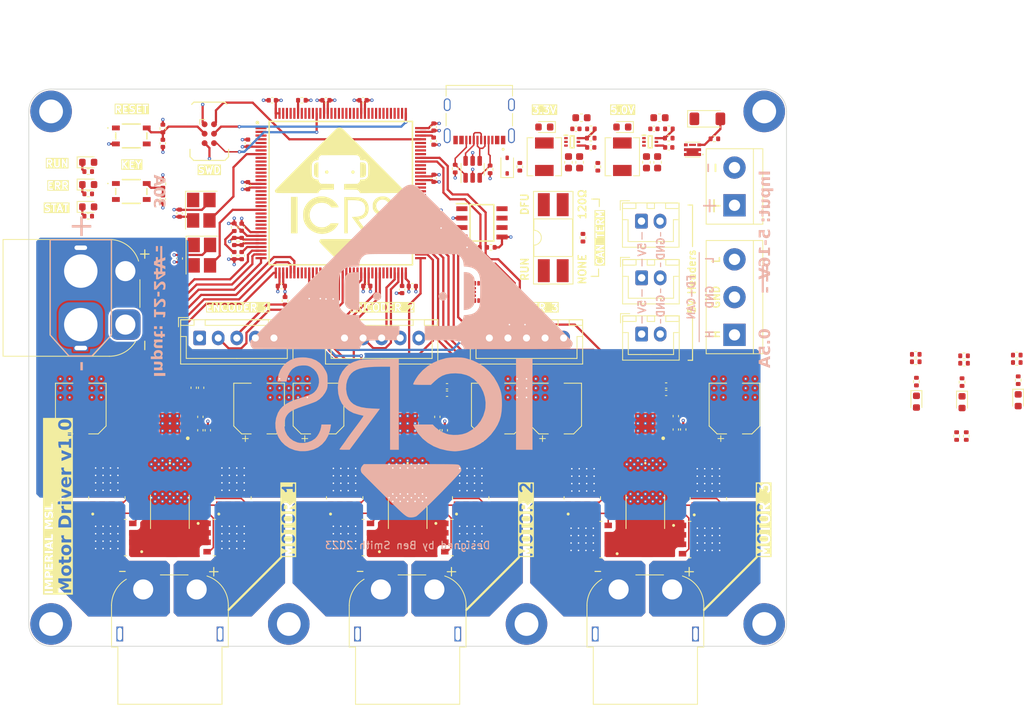
<source format=kicad_pcb>
(kicad_pcb (version 20221018) (generator pcbnew)
  (layers (0 "F.Cu" signal) (1 "In1.Cu" signal) (2 "In2.Cu" signal) (31 "B.Cu" signal) (34 "B.Paste" user) (35 "F.Paste" user) (36 "B.SilkS" user "B.Silkscreen") (37 "F.SilkS" user "F.Silkscreen") (38 "B.Mask" user) (39 "F.Mask" user) (44 "Edge.Cuts" user))
  (net 0 "")
  (net 1 "GND")
  (net 2 "/Power/5V_BST")
  (net 3 "/Power/5V_SW")
  (net 4 "/Power/3V3_BST")
  (net 5 "/Power/3V3_SW")
  (net 6 "+3.3V")
  (net 7 "/Motor Drivers/M3_AVDD")
  (net 8 "+5V")
  (net 9 "/Microcontroller/VCAP2")
  (net 10 "/Microcontroller/VCAP1")
  (net 11 "/Microcontroller/VREF+")
  (net 12 "VBUS")
  (net 13 "/Motor Drivers/M1_AVDD")
  (net 14 "/Motor Drivers/M3_DVDD")
  (net 15 "/Motor Drivers/M1_DVDD")
  (net 16 "/Motor Drivers/M3_CPL")
  (net 17 "/Motor Drivers/M3_CPH")
  (net 18 "/Motor Drivers/M1_CPL")
  (net 19 "/Motor Drivers/M1_CPH")
  (net 20 "/Motor Drivers/M3_VCP")
  (net 21 "OSC32K")
  (net 22 "/Motor Drivers/M1_VCP")
  (net 23 "SDA2")
  (net 24 "SCL2")
  (net 25 "/Motor Drivers/M2_AVDD")
  (net 26 "/Motor Drivers/M2_DVDD")
  (net 27 "/Motor Drivers/M2_CPL")
  (net 28 "/Motor Drivers/M2_CPH")
  (net 29 "/Motor Drivers/M2_VCP")
  (net 30 "/Power/RP_PMOS_G")
  (net 31 "/Power/5V_LED_A")
  (net 32 "/Power/3V3_LED_A")
  (net 33 "/Motor Drivers/M3_NFAULT_K")
  (net 34 "OSC25M")
  (net 35 "/Motor Drivers/M1_NFAULT_K")
  (net 36 "NRST")
  (net 37 "/Motor Drivers/M2_NFAULT_K")
  (net 38 "/Power/5V_FB")
  (net 39 "/Power/3V3_FB")
  (net 44 "VREF")
  (net 76 "SDA3")
  (net 77 "SCL3")
  (net 78 "USB_DN")
  (net 79 "USB_DP")
  (net 80 "SWDIO")
  (net 81 "SWCLK")
  (net 90 "MOSI")
  (net 91 "MISO")
  (net 92 "CS")
  (net 93 "SCK")
  (net 98 "SWO")
  (net 101 "BOOT0")
  (net 106 "CAN_TX")
  (net 107 "CAN_RX")
  (net 108 "/Microcontroller/CANL")
  (net 109 "/Microcontroller/CANH")
  (net 110 "SILENT")
  (net 114 "/Microcontroller/CC1")
  (net 117 "/Microcontroller/CC2")
  (net 128 "/Microcontroller/CAN_SW")
  (net 133 "VMOT")
  (net 136 "/Motor Drivers/M3_OUT_B")
  (net 137 "/Motor Drivers/M3_OUT_A")
  (net 138 "/Motor Drivers/M1_OUT_B")
  (net 139 "/Motor Drivers/M1_OUT_A")
  (net 140 "/Motor Drivers/M2_OUT_B")
  (net 141 "/Motor Drivers/M2_OUT_A")
  (net 142 "/Motor Drivers/M3_SP")
  (net 143 "/Motor Drivers/M1_SP")
  (net 144 "/Motor Drivers/M2_SP")
  (net 145 "IMU_INT1")
  (net 146 "IMU_INT2")
  (net 150 "M1_NFAULT")
  (net 151 "M1_SNSOUT")
  (net 152 "M1_SO")
  (net 154 "M1_NSLEEP")
  (net 155 "M1_EN")
  (net 156 "M1_PH")
  (net 157 "/Motor Drivers/M3_GH2")
  (net 158 "/Motor Drivers/M3_GL2")
  (net 159 "/Motor Drivers/M3_GL1")
  (net 160 "/Motor Drivers/M3_GH1")
  (net 161 "/Motor Drivers/M1_GH2")
  (net 162 "M2_NFAULT")
  (net 163 "M2_SNSOUT")
  (net 164 "M2_SO")
  (net 165 "/Motor Drivers/M1_GL2")
  (net 166 "M2_NSLEEP")
  (net 167 "M2_EN")
  (net 168 "M2_PH")
  (net 169 "/Motor Drivers/M1_GL1")
  (net 170 "/Motor Drivers/M1_GH1")
  (net 171 "/Motor Drivers/M2_GH2")
  (net 172 "/Motor Drivers/M2_GL2")
  (net 173 "/Motor Drivers/M2_GL1")
  (net 174 "M3_NFAULT")
  (net 175 "M3_SNSOUT")
  (net 176 "M3_SO")
  (net 177 "/Motor Drivers/M2_GH1")
  (net 178 "M3_NSLEEP")
  (net 179 "M3_EN")
  (net 180 "M3_PH")
  (net 183 "VIN")
  (net 184 "VIN_RAW")
  (net 185 "/Microcontroller/LEDR_K")
  (net 186 "LEDR")
  (net 187 "/Microcontroller/LEDG_K")
  (net 188 "LEDG")
  (net 189 "/Microcontroller/LEDB_K")
  (net 190 "LEDB")
  (net 203 "BTN")
  (net 210 "/Microcontroller/VDDA")
  (net 213 "SCL4")
  (net 214 "SDA4")
  (footprint "Capacitor_SMD:C_0402_1005Metric" (layer "F.Cu") (at 154.5 72 -90)
    (fp_text reference "C315" hide)
    (fp_text value "100n" hide)
  )
  (footprint "Capacitor_SMD:C_0402_1005Metric" (layer "F.Cu") (at 127.659 80.51 90)
    (fp_text reference "C307" hide)
    (fp_text value "1u" hide)
  )
  (footprint "Resistor_SMD:R_0402_1005Metric" (layer "F.Cu") (at 233 96.8 180)
    (fp_text reference "R403" hide)
    (fp_text value "10k" hide)
  )
  (footprint "Capacitor_SMD:C_0402_1005Metric" (layer "F.Cu") (at 134 86.5 180)
    (fp_text reference "C313" hide)
    (fp_text value "100n" hide)
  )
  (footprint "MSL Footprints:CSS2H3920K5L00F" (layer "F.Cu") (at 151 116.9 -90)
    (fp_text reference "R412" hide)
    (fp_text value "CSS2H-3920K-5L00F" hide)
  )
  (footprint "Capacitor_SMD:CP_Elec_6.3x7.7" (layer "F.Cu") (at 163 103 90)
    (fp_text reference "C417" hide)
    (fp_text value "100u" hide)
  )
  (footprint "Connector_JST:JST_XH_B2B-XH-A_1x02_P2.50mm_Vertical" (layer "F.Cu") (at 182.5 92.975)
    (fp_text reference "J201" hide)
    (fp_text value "JST-XH-2.50mm" hide)
  )
  (footprint "Connector_JST:JST_XH_B5B-XH-A_1x05_P2.50mm_Vertical" (layer "F.Cu") (at 142.5 93.5)
    (fp_text reference "J406" hide)
    (fp_text value "JST_2.5mm_1x5" hide)
  )
  (footprint "Capacitor_SMD:C_0402_1005Metric" (layer "F.Cu") (at 155 104.12 -90)
    (fp_text reference "C415" hide)
    (fp_text value "100n" hide)
  )
  (footprint "Capacitor_SMD:C_0402_1005Metric" (layer "F.Cu") (at 154.5 65.1 -90)
    (fp_text reference "C310" hide)
    (fp_text value "100n" hide)
  )
  (footprint "Capacitor_SMD:C_0402_1005Metric" (layer "F.Cu") (at 188.1 105.82 90)
    (fp_text reference "C412" hide)
    (fp_text value "100n" hide)
  )
  (footprint "Capacitor_SMD:C_0402_1005Metric" (layer "F.Cu") (at 129.5 67.27 90)
    (fp_text reference "C317" hide)
    (fp_text value "100n" hide)
  )
  (footprint "MountingHole:MountingHole_3.2mm_M3_DIN965_Pad" (layer "F.Cu") (at 167 132)
    (fp_text reference "H106" hide)
    (fp_text value "MountingHole_Pad" hide)
  )
  (footprint "Capacitor_SMD:C_0402_1005Metric" (layer "F.Cu") (at 145.5 86.5 180)
    (fp_text reference "C323" hide)
    (fp_text value "100n" hide)
  )
  (footprint "Resistor_SMD:R_0402_1005Metric" (layer "F.Cu") (at 136.76 61.5)
    (fp_text reference "R308" hide)
    (fp_text value "10k" hide)
  )
  (footprint "LED_SMD:LED_0603_1608Metric" (layer "F.Cu") (at 233.19 101.88 -90)
    (fp_text reference "D401" hide)
    (fp_text value "Red" hide)
  )
  (footprint "Resistor_SMD:R_0402_1005Metric" (layer "F.Cu") (at 162.1 70.8 -90)
    (fp_text reference "R309" hide)
    (fp_text value "5k1" hide)
  )
  (footprint "Resistor_SMD:R_0402_1005Metric" (layer "F.Cu") (at 175.67 65.35 180)
    (fp_text reference "R205" hide)
    (fp_text value "10k" hide)
  )
  (footprint "MSL Footprints:TS204225WT160SMTTRMSL" (layer "F.Cu") (at 113.8 66.3)
    (fp_text reference "S304" hide)
    (fp_text value "TS20-42-25-WT-160-SMT-TR" hide)
  )
  (footprint "Resistor_SMD:R_0402_1005Metric" (layer "F.Cu") (at 226.2 106.7 90)
    (fp_text reference "R316" hide)
    (fp_text value "2k2" hide)
  )
  (footprint "Resistor_SMD:R_0402_1005Metric" (layer "F.Cu") (at 219.4 95.7 180)
    (fp_text reference "R406" hide)
    (fp_text value "10k" hide)
  )
  (footprint "Capacitor_SMD:CP_Elec_6.3x7.7" (layer "F.Cu") (at 139 103 90)
    (fp_text reference "C421" hide)
    (fp_text value "100u" hide)
  )
  (footprint "Resistor_SMD:R_0402_1005Metric" (layer "F.Cu") (at 225.9 96.9 180)
    (fp_text reference "R411" hide)
    (fp_text value "10k" hide)
  )
  (footprint "MSL Footprints:TRANS_NVMFS5834NLWFT1G" (layer "F.Cu") (at 190.7475 120.635)
    (fp_text reference "T402" hide)
    (fp_text value "NVMFS4C05NT1G" hide)
  )
  (footprint "Inductor_SMD:L_Chilisin_BMRA00040420" (layer "F.Cu") (at 179.9 69.1 -90)
    (fp_text reference "L201" hide)
    (fp_text value "4u7" hide)
  )
  (footprint "Resistor_SMD:R_0402_1005Metric" (layer "F.Cu") (at 166.1 70.45 90)
    (fp_text reference "R207" hide)
    (fp_text value "1k5" hide)
  )
  (footprint "Capacitor_SMD:C_0402_1005Metric" (layer "F.Cu") (at 155.5 77.5 -90)
    (fp_text reference "C316" hide)
    (fp_text value "10u" hide)
  )
  (footprint "Capacitor_SMD:C_0402_1005Metric" (layer "F.Cu") (at 140.5 86.5 180)
    (fp_text reference "C318" hide)
    (fp_text value "100n" hide)
  )
  (footprint "MSL Footprints:Pluggable_terminal-3_P5.08mm" (layer "F.Cu") (at 195 93.08 90)
    (fp_text reference "J302" hide)
    (fp_text value "Pluggable_Terminal_01x03" hide)
  )
  (footprint "MSL Footprints:TRANS_NVMFS5834NLWFT1G" (layer "F.Cu") (at 191.485 113.365 90)
    (fp_text reference "T401" hide)
    (fp_text value "NVMFS4C05NT1G" hide)
  )
  (footprint "Resistor_SMD:R_0402_1005Metric" (layer "F.Cu") (at 108 77.1 180)
    (fp_text reference "R303" hide)
    (fp_text value "1k5" hide)
  )
  (footprint "Capacitor_SMD:C_0402_1005Metric" (layer "F.Cu") (at 118.05 67.3 -90)
    (fp_text reference "C328" hide)
    (fp_text value "10n" hide)
  )
  (footprint "MSL Footprints:TRANS_NVMFS5834NLWFT1G" (layer "F.Cu") (at 174.515 113.2525 90)
    (fp_text reference "T404" hide)
    (fp_text value "NVMFS4C05NT1G" hide)
  )
  (footprint "Resistor_SMD:R_0402_1005Metric" (layer "F.Cu") (at 127.659 78.59 90)
    (fp_text reference "FB301" hide)
    (fp_text value "120R@100MHz" hide)
  )
  (footprint "Resistor_SMD:R_0402_1005Metric" (layer "F.Cu") (at 174.6 80 -90)
    (fp_text reference "R307" hide)
    (fp_text value "120R" hide)
  )
  (footprint "LED_SMD:LED_0603_1608Metric" (layer "F.Cu") (at 219.49 102.07 -90)
    (fp_text reference "D402" hide)
    (fp_text value "Red" hide)
  )
  (footprint "Capacitor_SMD:C_0402_1005Metric" (layer "F.Cu") (at 155 105.92 90)
    (fp_text reference "C416" hide)
    (fp_text value "1u" hide)
  )
  (footprint "Capacitor_SMD:C_0402_1005Metric" (layer "F.Cu") (at 124.1 105.92 90)
    (fp_text reference "C411" hide)
    (fp_text value "100n" hide)
  )
  (footprint "MSL Footprints:TRANS_NVMFS5834NLWFT1G" (layer "F.Cu") (at 126.7475 120.365)
    (fp_text reference "T406" hide)
    (fp_text value "NVMFS4C05NT1G" hide)
  )
  (footprint "Capacitor_SMD:C_0402_1005Metric" (layer "F.Cu") (at 132.78 61.5 180)
    (fp_text reference "C314" hide)
    (fp_text value "100n" hide)
  )
  (footprint "Capacitor_SMD:C_0402_1005Metric" (layer "F.Cu") (at 184.15 65.35)
    (fp_text reference "C204" hide)
    (fp_text value "100n" hide)
  )
  (footprint "MSL Footprints:AMASS_XT60PW-F_1x02_P7.20mm_Horizontal" (layer "F.Cu") (at 147.4 127.35 180)
    (fp_text reference "J404" hide)
    (fp_text value "XT60PW-F" hide)
  )
  (footprint "MSL Footprints:HRO_TYPE-C-31-M-12" (layer "F.Cu") (at 160.65 62.1 180)
    (fp_text reference "J303" hide)
    (fp_text value "TYPE-C-31-M-12" hide)
  )
  (footprint "Resistor_SMD:R_0402_1005Metric" (layer "F.Cu") (at 225.63 99.44 -90)
    (fp_text reference "R409" hide)
    (fp_text value "1k5" hide)
  )
  (footprint "Capacitor_SMD:C_0402_1005Metric" (layer "F.Cu") (at 186.15 67.85)
    (fp_text reference "C205" hide)
    (fp_text value "100n" hide)
  )
  (footprint "MSL Footprints:QFN50P400X400X100-25N-D" (layer "F.Cu") (at 119 105 180)
    (fp_text reference "U402" hide)
    (fp_text value "DRV8701ERGER" hide)
  )
  (footprint "Resistor_SMD:R_0402_1005Metric" (layer "F.Cu") (at 233.19 99.18 -90)
    (fp_text reference "R401" hide)
    (fp_text value "1k5" hide)
  )
  (footprint "Diode_SMD:D_SOD-323" (layer "F.Cu") (at 164.4 70.3 90)
    (fp_text reference "D304" hide)
    (fp_text value "BAT760-115" hide)
  )
  (footprint "MSL Footprints:TRANS_NVMFS5834NLWFT1G" (layer "F.Cu") (at 175.2525 120.635 180)
    (fp_text reference "T403" hide)
    (fp_text value "NVMFS4C05NT1G" hide)
  )
  (footprint "MSL Footprints:TRANS_NVMFS5834NLWFT1G" (layer "F.Cu") (at 143.2525 120.365 180)
    (fp_text reference "T411" hide)
    (fp_text value "NVMFS4C05NT1G" hide)
  )
  (footprint "Capacitor_SMD:CP_Elec_6.3x7.7" (layer "F.Cu") (at 195 103 90)
    (fp_text reference "C410" hide)
    (fp_text value "100u" hide)
  )
  (footprint "Capacitor_SMD:C_0402_1005Metric" (layer "F.Cu") (at 187.1 104.02 -90)
    (fp_text reference "C405" hide)
    (fp_text value "100n" hide)
  )
  (footprint "Package_LGA:LGA-14_3x2.5mm_P0.5mm_LayoutBorder3x4y" (layer "F.Cu") (at 160.8 87.3 90)
    (fp_text reference "U302" hide)
    (fp_text value "LSM6DS3" hide)
  )
  (footprint "Capacitor_SMD:C_0402_1005Metric" (layer "F.Cu") (at 120.325 82.8 90)
    (fp_text reference "C302" hide)
    (fp_text value "100n" hide)
  )
  (footprint "Resistor_SMD:R_0402_1005Metric" (layer "F.Cu") (at 186.17 65.35 180)
    (fp_text reference "R203" hide)
    (fp_text value "10k" hide)
  )
  (footprint "Capacitor_SMD:C_0402_1005Metric" (layer "F.Cu") (at 118.05 74.78 -90)
    (fp_text reference "C303" hide)
    (fp_text value "10n" hide)
  )
  (footprint "Resistor_SMD:R_0402_1005Metric" (layer "F.Cu") (at 219.49 99.37 -90)
    (fp_text reference "R402" hide)
    (fp_text value "1k5" hide)
  )
  (footprint "Connector_JST:JST_XH_B2B-XH-A_1x02_P2.50mm_Vertical" (layer "F.Cu") (at 182.475 77.775)
    (fp_text reference "J204" hide)
    (fp_text value "JST-XH-2.50mm" hide)
  )
  (footprint "Capacitor_SMD:C_0402_1005Metric" (layer "F.Cu") (at 145 61.5)
    (fp_text reference "C319" hide)
    (fp_text value "100n" hide)
  )
  (footprint "Capacitor_SMD:C_0402_1005Metric" (layer "F.Cu") (at 140 61.5)
    (fp_text reference "C308" hide)
    (fp_text value "100n" hide)
  )
  (footprint "Capacitor_SMD:C_0402_1005Metric" (layer "F.Cu") (at 163.3 86.3 -90)
    (fp_text reference "C327" hide)
    (fp_text value "100n" hide)
  )
  (footprint "Capacitor_SMD:C_0603_1608Metric" (layer "F.Cu") (at 174.15 69.85 90)
    (fp_text reference "C208" hide)
    (fp_text value "22u" hide)
  )
  (footprint "Capacitor_SMD:C_0402_1005Metric" (layer "F.Cu") (at 187.1 105.82 90)
    (fp_text reference "C407" hide)
    (fp_text value "1u" hide)
  )
  (footprint "MSL Footprints:ICRS_20mm" (layer "F.Cu") (at 142 74)
    (fp_text reference "G***" hide)
    (fp_text value "LOGO" hide)
  )
  (footprint "LED_SMD:LED_0603_1608Metric" (layer "F.Cu") (at 108 75.85)
    (fp_text reference "D303" hide)
    (fp_text value "Blue" hide)
  )
  (footprint "Capacitor_SMD:C_0402_1005Metric" (layer "F.Cu") (at 129.5 73 90)
    (fp_text reference "C312" hide)
    (fp_text value "100n" hide)
  )
  (footprint "Capacitor_SMD:C_0402_1005Metric" (layer "F.Cu") (at 173.65 65.35)
    (fp_text reference "C203" hide)
    (fp_text value "100n" hide)
  )
  (footprint "Connector_JST:JST_XH_B5B-XH-A_1x05_P2.50mm_Vertical" (layer "F.Cu") (at 123 93.5)
    (fp_text reference "J409" hide)
    (fp_text value "JST_2.5mm_1x5" hide)
  )
  (footprint "Connector_JST:JST_XH_B2B-XH-A_1x02_P2.50mm_Vertical" (layer "F.Cu") (at 182.5 85.4)
    (fp_text reference "J203" hide)
    (fp_text value "JST-XH-2.50mm" hide)
  )
  (footprint "Resistor_SMD:R_0402_1005Metric" (layer "F.Cu") (at 118.05 72.77 90)
    (fp_text reference "R304" hide)
    (fp_text value "10k" hide)
  )
  (footprint "Resistor_SMD:R_0402_1005Metric" (layer "F.Cu") (at 219.4 96.7 180)
    (fp_text reference "R404" hide)
    (fp_text value "10k" hide)
  )
  (footprint "Capacitor_SMD:C_0402_1005Metric" (layer "F.Cu") (at 156.3 101)
    (fp_text reference "C413" hide)
    (fp_text value "1u" hide)
  )
  (footprint "LED_SMD:LED_0603_1608Metric" (layer "F.Cu") (at 108 72.85)
    (fp_text reference "D301" hide)
    (fp_text value "Red" hide)
  )
  (footprint "Capacitor_SMD:C_0402_1005Metric" (layer "F.Cu") (at 122.2 100.2 90)
    (fp_text reference "C404" hide)
    (fp_text value "1u" hide)
  )
  (footprint "LED_SMD:LED_0603_1608Metric" (layer "F.Cu") (at 108 69.85)
    (fp_text reference "D302" hide)
    (fp_text value "Green" hide)
  )
  (footprint "Capacitor_SMD:C_0402_1005Metric" (layer "F.Cu") (at 175.65 67.85)
    (fp_text reference "C206" hide)
    (fp_text value "100n" hide)
  )
  (footprint "Connector_JST:JST_XH_B5B-XH-A_1x05_P2.50mm_Vertical" (layer "F.Cu") (at 162 93.5)
    (fp_text reference "J407" hide)
    (fp_text value "JST_2.5mm_1x5" hide)
  )
  (footprint "Capacitor_SMD:C_0603_1608Metric" (layer "F.Cu") (at 172.65 69.85 90)
    (fp_text reference "C210" hide)
    (fp_text value "22u" hide)
  )
  (footprint "MSL Footprints:TRANS_NVMFS5834NLWFT1G" (layer "F.Cu") (at 110.515 113.2525 90)
    (fp_text reference "T408" hide)
    (fp_text value "NVMFS4C05NT1G" hide)
  )
  (footprint "Capacitor_SMD:C_0402_1005Metric" (layer "F.Cu") (at 154.5 77.5 -90)
    (fp_text reference "C320" hide)
    (fp_text value "100n" hide)
  )
  (footprint "Capacitor_SMD:C_0402_1005Metric" (layer "F.Cu") (at 123.2 100.2 90)
    (fp_text reference "C402" hide)
    (fp_text value "1u" hide)
  )
  (footprint "MSL Footprints:CSS2H3920K5L00F" (layer "F.Cu") (at 119 116.9 -90)
    (fp_text reference "R408" hide)
    (fp_text value "CSS2H-3920K-5L00F" hide)
  )
  (footprint "Capacitor_SMD:C_0402_1005Metric" (layer "F.Cu") (at 123.1 104.12 -90)
    (fp_text reference "C406" hide)
    (fp_text value "100n" hide)
  )
  (footprint "Resistor_SMD:R_0402_1005Metric" (layer "F.Cu") (at 108 74.1 180)
    (fp_text reference "R301" hide)
    (fp_text value "1k5" hide)
  )
  (footprint "MSL Footprints:SOTFL50P160X60-6N" (layer "F.Cu") (at 183.65 67.1)
    (fp_text reference "IC201" hide)
    (fp_text value "TPS563202DRLR" hide)
  )
  (footprint "MSL Footprints:TRANS_NVMFS5834NLWFT1G" (layer "F.Cu") (at 142.525 113.2525 90)
    (fp_text reference "T412" hide)
    (fp_text value "NVMFS4C05NT1G" hide)
  )
  (footprint "Resistor_SMD:R_0402_1005Metric" (layer "F.Cu") (at 224.9 106.7 90)
    (fp_text reference "R315" hide)
    (fp_text value "2k2" hide)
  )
  (footprint "MSL Footprints:AMASS_XT60PW-M_1x02_P7.20mm_Horizontal" (layer "F.Cu") (at 113 91.7 90)
    (fp_text reference "J403" hide)
    (fp_text value "XT60PW-M" hide)
  )
  (footprint "MSL Footprints:TRANS_NVMFS5834NLWFT1G" (layer "F.Cu") (at 111.2525 120.365 180)
    (fp_text reference "T407" hide)
    (fp_text value "NVMFS4C05NT1G" hide)
  )
  (footprint "Capacitor_SMD:C_0603_1608Metric" (layer "F.Cu") (at 174.4 63.85)
    (fp_text reference "C201" hide)
    (fp_text value "22u" hide)
  )
  (footprint "Resistor_SMD:R_0402_1005Metric" (layer "F.Cu") (at 157.4 70.7 -90)
    (fp_text reference "R310" hide)
    (fp_text value "5k1" hide)
  )
  (footprint "Capacitor_SMD:CP_Elec_6.3x7.7" (layer "F.Cu") (at 107 103 90)
    (fp_text reference "C420" hide)
    (fp_text value "100u" hide)
  )
  (footprint "Capacitor_SMD:C_0402_1005Metric" (layer "F.Cu") (at 128.659 80.51 90)
    (fp_text reference "C306" hide)
    (fp_text value "100n" hide)
  )
  (footprint "MSL Footprints:TRANS_NVMFS5834NLWFT1G" (layer "F.Cu") (at 158.7475 120.365)
    (fp_text reference "T410" hide)
    (fp_text value "NVMFS4C05NT1G" hide)
  )
  (footprint "MSL Footprints:QFN50P400X400X100-25N-D" (layer "F.Cu") (at 183 105 180)
    (fp_text reference "U401" hide)
    (fp_text value "DRV8701ERGER" hide)
  )
  (footprint "MSL Footprints:AMASS_XT60-M_1x02_P7.20mm_Vertical" (layer "F.Cu") (at 107 91.7 90)
    (fp_text reference "J405" hide)
    (fp_text value "XT60-M-Vertical" hide)
  )
  (footprint "MSL Footprints:TRANS_NVMFS5834NLWFT1G" (layer "F.Cu") (at 159.485 113.2525 90)
    (fp_text reference "T409" hide)
    (fp_text value "NVMFS4C05NT1G" hide)
  )
  (footprint "MSL Footprints:AMASS_XT60PW-F_1x02_P7.20mm_Horizontal" (layer "F.Cu") (at 115.4 127.35 180)
    (fp_text reference "J402" hide)
    (fp_text value "XT60PW-F" hide)
  )
  (footprint "Resistor_SMD:R_0402_1005Metric" (layer "F.Cu") (at 162.2 81.3 180)
    (fp_text reference "R311" hide)
    (fp_text value "2k2" hide)
  )
  (footprint "MountingHole:MountingHole_3.2mm_M3_DIN965_Pad" (layer "F.Cu") (at 135 132)
    (fp_text reference "H105" hide)
    (fp_text value "MountingHole_Pad" hide)
  )
  (footprint "MountingHole:MountingHole_3.2mm_M3_DIN965_Pad" (layer "F.Cu") (at 103 63)
    (fp_text reference "H101" hide)
    (fp_text value "MountingHole_Pad" hide)
  )
  (footprint "Package_TO_SOT_SMD:SOT-23-6" (layer "F.Cu") (at 159.75 70.8 90)
    (fp_text reference "U303" hide)
    (fp_text value "USBLC6-4SC6-ES" hide)
  )
  (footprint "Resistor_SMD:R_0402_1005Metric" (layer "F.Cu") (at 225.9 95.9 180)
    (fp_text reference "R410" hide)
    (fp_text value "10k" hide)
  )
  (footprint "MountingHole:MountingHole_3.2mm_M3_DIN965_Pad" (layer "F.Cu") (at 199 63)
    (fp_text reference "H103" hide)
    (fp_text value "MountingHole_Pad" hide)
  )
  (footprint "Capacitor_SMD:C_0402_1005Metric" (layer "F.Cu") (at 120.3 76.7 -90)
    (fp_text reference "C301" hide)
    (fp_text value "100n" hide)
  )
  (footprint "Capacitor_SMD:CP_Elec_6.3x7.7" (layer "F.Cu") (at 171 103 90)
    (fp_text reference "C419" hide)
    (fp_text value "100u" hide)
  )
  (footprint "Oscillator:Oscillator_SMD_Abracon_ASE-4Pin_3.2x2.5mm_HandSoldering" (layer "F.Cu") (at 123.225 76.3 -90)
    (fp_text reference "X302" hide)
    (fp_text value "32.768kHz_Clock" hide)
  )
  (footprint "LED_SMD:LED_0603_1608Metric" (layer "F.Cu") (at 225.63 102.14 -90)
    (fp_text reference "D403" hide)
    (fp_text value "Red" hide)
  )
  (footprint "Capacitor_SMD:C_0402_1005Metric" (layer "F.Cu") (at 163.3 88.3 90)
    (fp_text reference "C326" hide)
    (fp_text value "100n" hide)
  )
  (footprint "MSL Footprints:DMP2066UFDE7" (layer "F.Cu") (at 189.35 68.15 90)
    (fp_text reference "Q201" hide)
    (fp_text value "DMP3028LFDE" hide)
  )
  (footprint "Capacitor_SMD:C_0603_1608Metric" (layer "F.Cu") (at 183.15 69.85 90)
    (fp_text reference "C209" hide)
    (fp_text value "22u" hide)
  )
  (footprint "Package_DIP:DIP-4_W8.89mm_SMDSocket_LongPads" (layer "F.Cu") (at 170.6 80 90)
    (fp_text reference "SW301" hide)
    (fp_text value "SW_DIP_x02" hide)
  )
  (footprint "Resistor_SMD:R_0402_1005Metric" (layer "F.Cu") (at 118.05 65.3 90)
    (fp_text reference "R317" hide)
    (fp_text value "10k" hide)
  )
  (footprint "Resistor_SMD:R_0402_1005Metric" (layer "F.Cu") (at 233 95.8 180)
    (fp_text reference "R405" hide)
    (fp_text value "10k" hide)
  )
  (footprint "Capacitor_SMD:C_0402_1005Metric" (layer "F.Cu") (at 156.3 100)
    (fp_text reference "C414" hide)
    (fp_text value "1u" hide)
  )
  (footprint "Capacitor_SMD:C_0402_1005Metric" (layer "F.Cu") (at 150.25 86.98 -90)
    (fp_text reference "C321" hide)
    (fp_text value "2u2" hide)
  )
  (footprint "Resistor_SMD:R_0402_1005Metric" (layer "F.Cu") (at 160.2 81.3)
    (fp_text reference "R313" hide)
    (fp_text value "2k2" hide)
  )
  (footprint "Resistor_SMD:R_0402_1005Metric" (layer "F.Cu") (at 108 71.1 180)
    (fp_text reference "R302" hide)
    (fp_text value "1k5" hide)
  )
  (footprint "Resistor_SMD:R_0402_1005Metric" (layer "F.Cu") (at 176.6 70.45 90)
    (fp_text reference "R206" hide)
    (fp_text value "2k2" hide)
  )
  (footprint "MSL Footprints:QFN50P400X400X100-25N-D" (layer "F.Cu") (at 151 105 180)
    (fp_text reference "U403" hide)
    (fp_text value "DRV8701ERGER" hide)
  )
  (footprint "MSL Footprints:CSS2H3920K5L00F" (layer "F.Cu") (at 183 116.9 -90)
    (fp_text reference "R407" hide)
    (fp_text value "CSS2H-3920K-5L00F" hide)
  )
  (footprint "Capacitor_SMD:C_0402_1005Metric" (layer "F.Cu") (at 123.1 105.92 90)
    (fp_text reference "C408" hide)
    (fp_text value "1u" hide)
  )
  (footprint "MSL Footprints:TRANS_NVMFS5834NLWFT1G" (layer "F.Cu") (at 127.485 113.2525 90)
    (fp_text reference "T405" hide)
    (fp_text value "NVMFS4C05NT1G" hide)
  )
  (footprint "Capacitor_SMD:C_0402_1005Metric" (layer "F.Cu") (at 128.659 82.41 -90)
    (fp_text reference "C309" hide)
    (fp_text value "100n" hide)
  )
  (footprint "MSL Footprints:SOTFL50P160X60-6N" (layer "F.Cu") (at 173.15 67.1)
    (fp_text reference "IC202" hide)
    (fp_text value "TPS563202DRLR" hide)
  )
  (footprint "MountingHole:MountingHole_3.2mm_M3_DIN965_Pad" (layer "F.Cu") (at 103 132)
    (fp_text reference "H102" hide)
    (fp_text value "MountingHole_Pad" hide)
  )
  (footprint "Capacitor_SMD:C_0402_1005Metric" (layer "F.Cu") (at 127.659 82.41 -90)
    (fp_text reference "C311" hide)
    (fp_text value "1u" hide)
  )
  (footprint "Capacitor_SMD:CP_Elec_6.3x7.7" (layer "F.Cu") (at 131 103 90)
    (fp_text reference "C409" hide)
    (fp_text value "100u" hide)
  )
  (footprint "MSL Footprints:TS204225WT160SMTTRMSL" (layer "F.Cu") (at 113.8 73.78)
    (fp_text reference "S301" hide)
    (fp_text value "TS20-42-25-WT-160-SMT-TR" hide)
  )
  (footprint "MountingHole:MountingHole_3.2mm_M3_DIN965_Pad" (layer "F.Cu") (at 199 132)
    (fp_text reference "H104" hide)
    (fp_text value "MountingHole_Pad" hide)
  )
  (footprint "Resistor_SMD:R_0402_1005Metric" (layer "F.Cu") (at 134.5 88.5 -90)
    (fp_text reference "R312" hide)
    (fp_text value "2k2" hide)
  )
  (footprint "Inductor_SMD:L_Chilisin_BMRA00040420" (layer "F.Cu") (at 169.4 69.1 -90)
    (fp_text reference "L202" hide)
    (fp_text value "3u3" hide)
  )
  (footprint "Resistor_SMD:R_0402_1005Metric" (layer "F.Cu") (at 136.7 90.2 90)
    (fp_text reference "R314" hide)
    (fp_text value "2k2" hide)
  )
  (footprint "Capacitor_SMD:C_0603_1608Metric" (layer "F.Cu") (at 184.65 69.85 90)
    (fp_text reference "C207" hide)
    (fp_text value "22u" hide)
  )
  (footprint "Capacitor_SMD:C_0402_1005Metric" (layer "F.Cu") (at 140.5 87.5 180)
    (fp_text reference "C324" hide)
    (fp_text value "10u" hide)
  )
  (footprint "Capacitor_SMD:C_0402_1005Metric" (layer "F.Cu") (at 185.8 99.9)
    (fp_text reference "C403" hide)
    (fp_text value "1u" hide)
  )
  (footprint "Capacitor_SMD:C_0402_1005Metric" (layer "F.Cu") (at 154.5 67 -90)
    (fp_text reference "C325" hide)
    (fp_text value "2u2" hide)
  )
  (footprint "Capacitor_SMD:C_0402_1005Metric" (layer "F.Cu") (at 151.63 86.52)
    (fp_text reference "C322" hide)
    (fp_text value "100n" hide)
  )
  (footprint "Capacitor_SMD:C_0402_1005Metric" (layer "F.Cu") (at 128.659 78.59 90)
    (fp_text reference "C304" hide)
    (fp_text value "100n" hide)
  )
  (footprint "LED_SMD:LED_0603_1608Metric" (layer "F.Cu") (at 179.9 65.1 180)
    (fp_text reference "D202" hide)
    (fp_text value "GREEN" hide)
  )
  (footprint "Resistor_SMD:R_0402_1005Metric" (layer "F.Cu") (at 175.65 66.6 180)
    (fp_text reference "R204" hide)
    (fp_text value "31k" hide)
  )
  (footprint "MSL Footprints:Tag-Connect_TC2030-IDC-FP_2x03_P1.27mm_Vertical" (layer "F.Cu") (at 124.3 66 -90)
    (fp_text reference "J301" hide)
    (fp_text value "TC2030" hide)
  )
  (footprint "Diode_SMD:D_MiniMELF" (layer "F.Cu") (at 191.35 64)
    (fp_text reference "D201" hide)
    (fp_text value "ZMM10V" hide)
  )
  (footprint "Capacitor_SMD:C_0402_1005Metric" (layer "F.Cu") (at 156 105.92 90)
    (fp_text reference "C418" hide)
    (fp_text value "100n" hide)
  )
  (footprint "MSL Footprints:Pluggable_terminal-2_P5.08mm" (layer "F.Cu") (at 195 75.64 90)
    (fp_text reference "J202" hide)
    (fp_text value "Pluggable_Terminal_01x02" hide)
  )
  (footprint "Resistor_SMD:R_0402_1005Metric" (layer "F.Cu") (at 192.29 66.69)
    (fp_text reference "R201" hide)
    (fp_text value "4k7" hide)
  )
  (footprint "LED_SMD:LED_0603_1608Metric" (layer "F.Cu") (at 169.4 65.1 180)
    (fp_text reference "D203" hide)
    (fp_text value "GREEN" hide)
  )
  (footprint "Oscillator:Oscillator_SMD_Abracon_ASE-4Pin_3.2x2.5mm_HandSoldering" (layer "F.Cu") (at 123.3 82.35 -90)
    (fp_text reference "X301" hide)
    (fp_text value "25MHz_Clock" hide)
  )
  (footprint "Capacitor_SMD:C_0603_1608Metric" (layer "F.Cu") (at 184.9 63.85)
    (fp_text reference "C202" hide)
    (fp_text value "22u" hide)
  )
  (footprint "Resistor_SMD:R_0402_1005Metric" (layer "F.Cu") (at 186.15 66.6 180)
    (fp_text reference "R202" hide)
    (fp_text value "52k" hide)
  )
  (footprint "MSL Footprints:SOIC127P600X175-8N" (layer "F.Cu") (at 161 78)
    (fp_text reference "IC301" hide)
    (fp_text value "TJA1057GT/3" hide)
  )
  (footprint "MSL Footprints:QFP50P2200X2200X160-144N" (layer "F.Cu") (at 142 74)
    (fp_text reference "IC302" hide)
    (fp_text value "STM32H723ZGT6" hide)
  )
  (footprint "MSL Footprints:AMASS_XT60PW-F_1x02_P7.20mm_Horizontal" (layer "F.Cu") (at 179.4 127.35 180)
    (fp_text reference "J401" hide)
    (fp_text value "XT60PW-F" hide)
  )
  (footprint "Capacitor_SMD:C_0402_1005Metric" (layer "F.Cu") (at 185.8 100.9)
    (fp_text reference "C401" hide)
    (fp_text value "1u" hide)
  )
  (footprint "MSL Footprints:DC_logo_4mm" (layer "B.Cu") (at 199.04 85.51 -90)
    (fp_text reference "G***" hide)
    (fp_text value "LOGO" hide)
  )
  (footprint "MSL Footprints:DC_logo_4mm" (layer "B.Cu") (at 117.6 83 90)
    (fp_text reference "G***" hide)
    (fp_text value "LOGO" hide)
  )
  (footprint "MSL Footprints:ICRS_50mm" (layer "B.Cu") (at 151 95 180)
    (fp_text reference "G***" hide)
    (fp_text value "LOGO" hide)
  )
  (gr_line (start 102.9 80.3) (end 111.1 80.3) (stroke (width 0.15)) (layer "B.SilkS"))
  (gr_line (start 182.55 87) (end 182.55 87.9) (stroke (width 0.15)) (layer "B.SilkS"))
  (gr_line (start 182.55 79.3) (end 182.55 80.2) (stroke (width 0.15)) (layer "B.SilkS"))
  (gr_line (start 190.25 94) (end 190.25 82) (stroke (width 0.15)) (layer "B.SilkS"))
  (gr_line (start 182.55 82.9) (end 182.55 83.8) (stroke (width 0.15)) (layer "B.SilkS"))
  (gr_line (start 111.1 80.3) (end 111.1 93.1) (stroke (width 0.15)) (layer "B.SilkS"))
  (gr_line (start 185.05 86.9) (end 185.05 87.4) (stroke (width 0.15)) (layer "B.SilkS"))
  (gr_line (start 182.55 90.6) (end 182.55 91.5) (stroke (width 0.15)) (layer "B.SilkS"))
  (gr_line (start 185.05 91) (end 185.05 91.5) (stroke (width 0.15)) (layer "B.SilkS"))
  (gr_line (start 102.9 93.1) (end 102.9 80.3) (stroke (width 0.15)) (layer "B.SilkS"))
  (gr_line (start 185.05 79.3) (end 185.05 79.8) (stroke (width 0.15)) (layer "B.SilkS"))
  (gr_line (start 111.1 93.1) (end 108.5 95.9) (stroke (width 0.15)) (layer "B.SilkS"))
  (gr_line (start 185.05 83.4) (end 185.05 83.9) (stroke (width 0.15)) (layer "B.SilkS"))
  (gr_line (start 108.5 95.9) (end 105.4 95.9) (stroke (width 0.15)) (layer "B.SilkS"))
  (gr_line (start 105.4 95.9) (end 102.9 93.1) (stroke (width 0.15)) (layer "B.SilkS"))
  (gr_line (start 189.35 96.5) (end 189.35 90.7) (stroke (width 0.15)) (layer "F.SilkS"))
  (gr_line (start 189.35 75.6) (end 188.75 75.6) (stroke (width 0.15)) (layer "F.SilkS"))
  (gr_line locked (start 134 123) (end 126.9 130.1) (stroke (width 0.3)) (layer "F.SilkS"))
  (gr_line (start 176.7 85.2) (end 175.7 85.2) (stroke (width 0.15)) (layer "F.SilkS"))
  (gr_line (start 176.8 74.8) (end 176.8 75.8) (stroke (width 0.15)) (layer "F.SilkS"))
  (gr_line (start 176.7 84.2) (end 176.7 85.2) (stroke (width 0.15)) (layer "F.SilkS"))
  (gr_line (start 189.35 96.5) (end 188.75 96.5) (stroke (width 0.15)) (layer "F.SilkS"))
  (gr_line locked (start 166 123) (end 158.9 130.1) (stroke (width 0.3)) (layer "F.SilkS"))
  (gr_line (start 189.35 81.2) (end 189.35 75.6) (stroke (width 0.15)) (layer "F.SilkS"))
  (gr_line locked (start 198 123) (end 190.9 130.1) (stroke (width 0.3)) (layer "F.SilkS"))
  (gr_line (start 175.8 74.8) (end 176.8 74.8) (stroke (width 0.15)) (layer "F.SilkS"))
  (gr_line locked (start 103 135) (end 199 135) (stroke (width 0.1)) (layer "Edge.Cuts"))
  (gr_arc locked (start 103 135) (mid 100.87868 134.12132) (end 100 132) (stroke (width 0.1)) (layer "Edge.Cuts"))
  (gr_line locked (start 199 60) (end 103 60) (stroke (width 0.1)) (layer "Edge.Cuts"))
  (gr_arc locked (start 199 60) (mid 201.12132 60.87868) (end 202 63) (stroke (width 0.1)) (layer "Edge.Cuts"))
  (gr_line locked (start 202 132) (end 202 63) (stroke (width 0.1)) (layer "Edge.Cuts"))
  (gr_line locked (start 100 63) (end 100 132) (stroke (width 0.1)) (layer "Edge.Cuts"))
  (gr_arc locked (start 100 63) (mid 100.87868 60.87868) (end 103 60) (stroke (width 0.1)) (layer "Edge.Cuts"))
  (gr_arc locked (start 202 132) (mid 201.12132 134.12132) (end 199 135) (stroke (width 0.1)) (layer "Edge.Cuts"))
  (gr_text "Input: 5-16V         0.5A" (at 200.04 70.91 90) (layer "B.SilkS") (effects (font (size 1.5 1.5) (thickness 0.3) bold) (justify left bottom mirror)))
  (gr_text "H" (at 192.25 93 90) (layer "B.SilkS") (effects (font (size 1 1) (thickness 0.2) bold) (justify bottom mirror)))
  (gr_text "Designed by Ben Smith 2023" (at 151 122) (layer "B.SilkS") (effects (font (size 1 1)) (justify bottom mirror)))
  (gr_text "5V" (at 183.15 89.3 90) (layer "B.SilkS") (effects (font (size 1 1) (thickness 0.2) bold) (justify bottom mirror)))
  (gr_text locked "-" (at 107.2 97.3 -90) (layer "B.SilkS") (effects (font (size 3 3) (thickness 0.6)) (justify mirror)))
  (gr_text "L" (at 192.25 83 90) (layer "B.SilkS") (effects (font (size 1 1) (thickness 0.2) bold) (justify bottom mirror)))
  (gr_text "GND" (at 185.65 89.2 90) (layer "B.SilkS") (effects (font (size 1 1) (thickness 0.2) bold) (justify bottom mirror)))
  (gr_text "Input: 12-24V         30A" (at 116.6 98.8 -90) (layer "B.SilkS") (effects (font (size 1.5 1.5) (thickness 0.3) bold) (justify left bottom mirror)))
  (gr_text "FD-CAN" (at 189.75 88 90) (layer "B.SilkS") (effects (font (size 1 1) (thickness 0.2) bold) (justify bottom mirror)))
  (gr_text "-" (at 191.4 70.6 90) (layer "B.SilkS") (effects (font (size 2 3) (thickness 0.5)) (justify mirror)))
  (gr_text "5V" (at 183.15 81.6 90) (layer "B.SilkS") (effects (font (size 1 1) (thickness 0.2) bold) (justify bottom mirror)))
  (gr_text "GND" (at 192.25 88 90) (layer "B.SilkS") (effects (font (size 1 1) (thickness 0.2) bold) (justify bottom mirror)))
  (gr_text "+" (at 191.7 75.7 90) (layer "B.SilkS") (effects (font (size 2 2) (thickness 0.5)) (justify mirror)))
  (gr_text "+" (at 107.1 78.4 180) (layer "B.SilkS") (effects (font (size 3 3) (thickness 0.6)) (justify mirror)))
  (gr_text "GND" (at 185.65 81.5 90) (layer "B.SilkS") (effects (font (size 1 1) (thickness 0.2) bold) (justify bottom mirror)))
  (gr_text "L" (at 193.1 83 90) (layer "F.SilkS") (effects (font (size 1 1) (thickness 0.2) bold) (justify bottom)))
  (gr_text locked "MOTOR 2" (at 167 118 90) (layer "F.SilkS" knockout) (effects (font (size 1.5 1.5) (thickness 0.3) bold)))
  (gr_text "RESET" (at 113.8 63.3) (layer "F.SilkS" knockout) (effects (font (size 1 1) (thickness 0.2) bold) (justify bottom)))
  (gr_text locked "ENCODER 1" (at 128.16 90) (layer "F.SilkS" knockout) (effects (font (size 1 1) (thickness 0.2) bold) (justify bottom)))
  (gr_text "120Ω" (at 175.1 75.5 90) (layer "F.SilkS") (effects (font (size 1 1) (thickness 0.2) bold) (justify bottom)))
  (gr_text "NONE" (at 175.1 84.25 90) (layer "F.SilkS") (effects (font (size 1 1) (thickness 0.2) bold) (justify bottom)))
  (gr_text "3.3V" (at 169.4 63.4) (layer "F.SilkS" knockout) (effects (font (size 1 1) (thickness 0.2) bold) (justify bottom)))
  (gr_text "RUN" (at 105.5 70.6) (layer "F.SilkS" knockout) (effects (font (size 1 1) (thickness 0.2) bold) (justify right bottom)))
  (gr_text locked "ENCODER 2" (at 147.58 90) (layer "F.SilkS" knockout) (effects (font (size 1 1) (thickness 0.2) bold) (justify bottom)))
  (gr_text locked "MOTOR 3" (at 199 118 90) (layer "F.SilkS" knockout) (effects (font (size 1.5 1.5) (thickness 0.3) bold)))
  (gr_text locked "ENCODER 3" (at 167 90) (layer "F.SilkS" knockout) (effects (font (size 1 1) (thickness 0.2) bold) (justify bottom)))
  (gr_text "+" (at 192.2 75.7 -90) (layer "F.SilkS") (effects (font (size 2 2) (thickness 0.5))))
  (gr_text "H" (at 193.1 93 90) (layer "F.SilkS") (effects (font (size 1 1) (thickness 0.2) bold) (justify bottom)))
  (gr_text "SWD" (at 124.3 71.5) (layer "F.SilkS" knockout) (effects (font (size 1 1) (thickness 0.2) bold) (justify bottom)))
  (gr_text locked "_{IMPERIAL MSL}\nMotor Driver v1.0" (at 106 128 90) (layer "F.SilkS" knockout) (effects (font (size 1.7 1.7) (thickness 0.3) bold) (justify left bottom)))
  (gr_text "RUN" (at 167.35 84.25 90) (layer "F.SilkS") (effects (font (size 1 1) (thickness 0.2) bold) (justify bottom)))
  (gr_text "STAT" (at 105.5 76.6) (layer "F.SilkS" knockout) (effects (font (size 1 1) (thickness 0.2) bold) (justify right bottom)))
  (gr_text "5V Headers" (at 189.85 85.9 90) (layer "F.SilkS") (effects (font (size 1 1) (thickness 0.2) bold) (justify bottom)))
  (gr_text "5.0V" (at 179.9 63.4) (layer "F.SilkS" knockout) (effects (font (size 1 1) (thickness 0.2) bold) (justify bottom)))
  (gr_text "ERR" (at 105.5 73.6) (layer "F.SilkS" knockout) (effects (font (size 1 1) (thickness 0.2) bold) (justify right bottom)))
  (gr_text "KEY" (at 113.8 70.78) (layer "F.SilkS" knockout) (effects (font (size 1 1) (thickness 0.2) bold) (justify bottom)))
  (gr_text "DFU" (at 167.35 75.5 90) (layer "F.SilkS") (effects (font (size 1 1) (thickness 0.2) bold) (justify bottom)))
  (gr_text locked "MOTOR 1" (at 135 118 90) (layer "F.SilkS" knockout) (effects (font (size 1.5 1.5) (thickness 0.3) bold)))
  (gr_text "CAN TERM" (at 177.5 80 90) (layer "F.SilkS" knockout) (effects (font (size 1 1) (thickness 0.2) bold) (justify bottom)))
  (gr_text "GND" (at 193.1 88 90) (layer "F.SilkS") (effects (font (size 1 1) (thickness 0.2) bold) (justify bottom)))
  (gr_text "-" (at 192.5 70.6 -90) (layer "F.SilkS") (effects (font (size 2 3) (thickness 0.5))))
  (segment (start 154.5 72.48) (end 155.23 72.48) (width 0.3) (layer "F.Cu") (net 1))
  (segment (start 129.849 79.25) (end 128.709 78.11) (width 0.3) (layer "F.Cu") (net 1))
  (segment (start 140.02 86.5) (end 140.02 87.5) (width 0.3) (layer "F.Cu") (net 1))
  (segment (start 127.659 80.03) (end 127.509 80.03) (width 0.3) (layer "F.Cu") (net 1))
  (segment (start 110.775 67.375) (end 110.77 67.38) (width 0.3) (layer "F.Cu") (net 1))
  (segment (start 120.3 77.18) (end 121.63 77.18) (width 0.3) (layer "F.Cu") (net 1))
  (segment (start 150.75 105.25) (end 151 105) (width 0.3) (layer "F.Cu") (net 1))
  (segment (start 132.3 61.5) (end 131.6 61.5) (width 0.3) (layer "F.Cu") (net 1))
  (segment (start 118.05 67.78) (end 118.05 68.48) (width 0.3) (layer "F.Cu") (net 1))
  (segment (start 140.25 86.27) (end 140.02 86.5) (width 0.3) (layer "F.Cu") (net 1))
  (segment (start 152.738 77.75) (end 154.27 77.75) (width 0.3) (layer "F.Cu") (net 1))
  (segment (start 127.659 82.89) (end 127.659 83.6) (width 0.3) (layer "F.Cu") (net 1))
  (segment (start 128.659 82.89) (end 127.659 82.89) (width 0.3) (layer "F.Cu") (net 1))
  (segment (start 124.11 105.45) (end 124.11 104.71) (width 0.3) (layer "F.Cu") (net 1))
  (segment (start 127.659 82.89) (end 126.909 82.89) (width 0.3) (layer "F.Cu") (net 1))
  (segment (start 128.659 78.11) (end 128.659 77.4) (width 0.3) (layer "F.Cu") (net 1))
  (segment (start 150.25 107) (end 150.25 105.75) (width 0.3) (layer "F.Cu") (net 1))
  (segment (start 140.25 84.738) (end 140.25 86.27) (width 0.3) (layer "F.Cu") (net 1))
  (segment (start 185 104.25) (end 183.75 104.25) (width 0.3) (layer "F.Cu") (net 1))
  (segment (start 118.24 107) (end 118.24 105.75) (width 0.3) (layer "F.Cu") (net 1))
  (segment (start 119.59 83.28) (end 119.58 83.27) (width 0.3) (layer "F.Cu") (net 1))
  (segment (start 121.755 83.28) (end 122.2 83.725) (width 0.3) (layer "F.Cu") (net 1))
  (segment (start 141.18 61.5) (end 141.19 61.49) (width 0.3) (layer "F.Cu") (net 1))
  (segment (start 150.25 105.75) (end 151 105) (width 0.2) (layer "F.Cu") (net 1))
  (segment (start 140.02 87.5) (end 140.02 88.24) (width 0.3) (layer "F.Cu") (net 1))
  (segment (start 188.1 105.35) (end 188.1 104.61) (width 0.3) (layer "F.Cu") (net 1))
  (segment (start 117 105.25) (end 118.75 105.25) (width 0.3) (layer "F.Cu") (net 1))
  (segment (start 118.75 105.25) (end 119 105) (width 0.3) (layer "F.Cu") (net 1))
  (segment (start 155.23 72.48) (end 155.24 72.49) (width 0.3) (layer "F.Cu") (net 1))
  (segment (start 133.52 86.5) (end 133.52 87.25) (width 0.3) (layer "F.Cu") (net 1))
  (segment (start 162.1 71.31) (end 162.1 72.03) (width 0.2) (layer "F.Cu") (net 1))
  (segment (start 129.73 72.75) (end 129.5 72.52) (width 0.3) (layer "F.Cu") (net 1))
  (segment (start 153 104.25) (end 151.75 104.25) (width 0.3) (layer "F.Cu") (net 1))
  (segment (start 151.75 104.25) (end 151 105) (width 0.3) (layer "F.Cu") (net 1))
  (segment (start 118.05 75.26) (end 118.05 75.97) (width 0.3) (layer "F.Cu") (net 1))
  (segment (start 145.25 63.262) (end 145.25 61.73) (width 0.3) (layer "F.Cu") (net 1))
  (segment (start 117.99 106) (end 118.24 105.75) (width 0.2) (layer "F.Cu") (net 1))
  (segment (start 129.5 66.79) (end 128.77 66.79) (width 0.3) (layer "F.Cu") (net 1))
  (segment (start 128.77 66.79) (end 128.76 66.8) (width 0.3) (layer "F.Cu") (net 1))
  (segment (start 118.05 68.48) (end 118.06 68.49) (width 0.3) (layer "F.Cu") (net 1))
  (segment (start 154.5 67.48) (end 155.24 67.48) (width 0.3) (layer "F.Cu") (net 1))
  (segment (start 145.48 61.5) (end 146.18 61.5) (width 0.3) (layer "F.Cu") (net 1))
  (segment (start 120.3 77.18) (end 119.55 77.18) (width 0.3) (layer "F.Cu") (net 1))
  (segment (start 150 106) (end 150.25 105.75) (width 0.2) (layer "F.Cu") (net 1))
  (segment (start 149 105.25) (end 150.75 105.25) (width 0.3) (layer "F.Cu") (net 1))
  (segment (start 145.25 86.27) (end 145.02 86.5) (width 0.3) (layer "F.Cu") (net 1))
  (segment (start 130.901 80.25) (end 128.879 80.25) (width 0.3) (layer "F.Cu") (net 1))
  (segment (start 155.24 67.48) (end 155.25 67.49) (width 0.3) (layer "F.Cu") (net 1))
  (segment (start 154.27 77.75) (end 154.5 77.98) (width 0.3) (layer "F.Cu") (net 1))
  (segment (start 111.725 67.375) (end 110.775 67.375) (width 0.3) (layer "F.Cu") (net 1))
  (segment (start 152.738 65.75) (end 154.33 65.75) (width 0.3) (layer "F.Cu") (net 1))
  (segment (start 149.5 87.46) (end 149.49 87.47) (width 0.3) (layer "F.Cu") (net 1))
  (segment (start 131.6 61.5) (end 131.59 61.49) (width 0.3) (layer "F.Cu") (net 1))
  (segment (start 133.75 84.738) (end 133.75 86.27) (width 0.3) (layer "F.Cu") (net 1))
  (segment (start 183.75 104.25) (end 183 105) (width 0.3) (layer "F.Cu") (net 1))
  (segment (start 154.27 72.25) (end 154.5 72.48) (width 0.3) (layer "F.Cu") (net 1))
  (segment (start 140.25 63.262) (end 140.25 61.73) (width 0.3) (layer "F.Cu") (net 1))
  (segment (start 155.5 77.98) (end 155.5 78.7) (width 0.3) (layer "F.Cu") (net 1))
  (segment (start 182.75 105.25) (end 183 105) (width 0.3) (layer "F.Cu") (net 1))
  (segment (start 182.25 107) (end 182.25 105.75) (width 0.3) (layer "F.Cu") (net 1))
  (segment (start 154.5 77.98) (end 155.5 77.98) (width 0.3) (layer "F.Cu") (net 1))
  (segment (start 124.32 67.925) (end 124.32 69.37) (width 0.3) (layer "F.Cu") (net 1))
  (segment (start 182.25 107.01) (end 182.25 105.76) (width 0.3) (layer "F.Cu") (net 1))
  (segment (start 159.75 71.9375) (end 159.75 70.8) (width 0.2) (layer "F.Cu") (net 1))
  (segment (start 140.02 88.24) (end 140.01 88.25) (width 0.3) (layer "F.Cu") (net 1))
  (segment (start 130.901 79.25) (end 129.849 79.25) (width 0.3) (layer "F.Cu") (net 1))
  (segment (start 182 106.01) (end 182.25 105.76) (width 0.2) (layer "F.Cu") (net 1))
  (segment (start 157.4 71.21) (end 157.4 71.95) (width 0.2) (layer "F.Cu") (net 1))
  (segment (start 120.325 83.28) (end 121.755 83.28) (width 0.3) (layer "F.Cu") (net 1))
  (segment (start 145.02 86.5) (end 145.02 87.25) (width 0.3) (layer "F.Cu") (net 1))
  (segment (start 133.75 86.27) (end 133.52 86.5) (width 0.3) (layer "F.Cu") (net 1))
  (segment (start 145.25 61.73) (end 145.48 61.5) (width 0.3) (layer "F.Cu") (net 1))
  (segment (start 127.509 80.03) (end 127.029 80.51) (width 0.3) (layer "F.Cu") (net 1))
  (segment (start 181 105.25) (end 182.75 105.25) (width 0.3) (layer "F.Cu") (net 1))
  (segment (start 154.33 65.75) (end 154.5 65.58) (width 0.3) (layer "F.Cu") (net 1))
  (segment (start 127.659 83.6) (end 127.649 83.61) (width 0.3) (layer "F.Cu") (net 1))
  (segment (start 145.25 84.738) (end 145.25 86.27) (width 0.3) (layer "F.Cu") (net 1))
  (segment (start 146.18 61.5) (end 146.19 61.49) (width 0.3) (layer "F.Cu") (net 1))
  (segment (start 154.5 65.58) (end 155.25 65.58) (width 0.3) (layer "F.Cu") (net 1))
  (segment (start 128.709 78.11) (end 128.659 78.11) (width 0.3) (layer "F.Cu") (net 1))
  (segment (start 137.27 61.5) (end 137.98 61.5) (width 0.3) (layer "F.Cu") (net 1))
  (segment (start 158.3 77.365) (end 157.125 77.365) (width 0.3) (layer "F.Cu") (net 1))
  (segment (start 140.25 61.73) (end 140.48 61.5) (width 0.3) (layer "F.Cu") (net 1))
  (segment (start 152.738 72.25) (end 154.27 72.25) (width 0.3) (layer "F.Cu") (net 1))
  (segment (start 157.125 77.365) (end 157.12 77.36) (width 0.3) (layer "F.Cu") (net 1))
  (segment (start 182.25 105.75) (end 183 105) (width 0.3) (layer "F.Cu") (net 1))
  (segment (start 123.665 67.27) (end 124.32 67.925) (width 0.3) (layer "F.Cu") (net 1))
  (segment (start 120.325 83.28) (end 119.59 83.28) (width 0.3) (layer "F.Cu") (net 1))
  (segment (start 127.659 80.03) (end 128.659 80.03) (width 0.3) (layer "F.Cu") (net 1))
  (segment (start 129.5 72.52) (end 128.76 72.52) (width 0.3) (layer "F.Cu") (net 1))
  (segment (start 121.63 77.18) (end 122.125 77.675) (width 0.3) (layer "F.Cu") (net 1))
  (segment (start 131.262 72.75) (end 129.73 72.75) (width 0.3) (layer "F.Cu") (net 1))
  (segment (start 140.48 61.5) (end 141.18 61.5) (width 0.3) (layer "F.Cu") (net 1))
  (segment (start 156 105.44) (end 156 104.7) (width 0.3) (layer "F.Cu") (net 1))
  (segment (start 152.11 86.52) (end 152.11 87.26) (width 0.3) (layer "F.Cu") (net 1))
  (segment (start 150.25 87.46) (end 149.5 87.46) (width 0.3) (layer "F.Cu") (net 1))
  (segment (start 128.879 80.25) (end 128.659 80.03) (width 0.3) (layer "F.Cu") (net 1))
  (via (at 184 105) (size 0.45) (drill 0.2) (layers "F.Cu" "B.Cu") (net 1))
  (via locked (at 151 115.5) (size 0.45) (drill 0.2) (layers "F.Cu" "B.Cu") (net 1))
  (via (at 183 104) (size 0.45) (drill 0.2) (layers "F.Cu" "B.Cu") (net 1))
  (via locked (at 148.5 110.5) (size 0.45) (drill 0.2) (layers "F.Cu" "B.Cu") (net 1))
  (via (at 119 104) (size 0.45) (drill 0.2) (layers "F.Cu" "B.Cu") (net 1))
  (via (at 119.55 77.18) (size 0.45) (drill 0.2) (layers "F.Cu" "B.Cu") (net 1))
  (via locked (at 152.5 110.5) (size 0.45) (drill 0.2) (layers "F.Cu" "B.Cu") (net 1))
  (via locked (at 153.5 110.5) (size 0.45) (drill 0.2) (layers "F.Cu" "B.Cu") (net 1))
  (via locked (at 150 110) (size 0.45) (drill 0.2) (layers "F.Cu" "B.Cu") (net 1))
  (via locked (at 197.75 99) (size 0.45) (drill 0.2) (layers "F.Cu" "B.Cu") (net 1))
  (via locked (at 105.5 99) (size 0.45) (drill 0.2) (layers "F.Cu" "B.Cu") (net 1))
  (via locked (at 117.5 110.5) (size 0.45) (drill 0.2) (layers "F.Cu" "B.Cu") (net 1))
  (via locked (at 120 111) (size 0.45) (drill 0.2) (layers "F.Cu" "B.Cu") (net 1))
  (via locked (at 133.75 100.25) (size 0.45) (drill 0.2) (layers "F.Cu" "B.Cu") (net 1))
  (via (at 126.909 82.89) (size 0.45) (drill 0.2) (layers "F.Cu" "B.Cu") (net 1))
  (via (at 127.649 83.61) (size 0.45) (drill 0.2) (layers "F.Cu" "B.Cu") (net 1))
  (via locked (at 119.5 110.5) (size 0.45) (drill 0.2) (layers "F.Cu" "B.Cu") (net 1))
  (via locked (at 136.25 100.25) (size 0.45) (drill 0.2) (layers "F.Cu" "B.Cu") (net 1))
  (via locked (at 183.5 110.5) (size 0.45) (drill 0.2) (layers "F.Cu" "B.Cu") (net 1))
  (via locked (at 121.5 110.5) (size 0.45) (drill 0.2) (layers "F.Cu" "B.Cu") (net 1))
  (via locked (at 183 111) (size 0.45) (drill 0.2) (layers "F.Cu" "B.Cu") (net 1))
  (via (at 159.75 70.8) (size 0.45) (drill 0.2) (layers "F.Cu" "B.Cu") (net 1))
  (via (at 151 106) (size 0.45) (drill 0.2) (layers "F.Cu" "B.Cu") (net 1))
  (via locked (at 137.5 100.25) (size 0.45) (drill 0.2) (layers "F.Cu" "B.Cu") (net 1))
  (via locked (at 136.25 101.5) (size 0.45) (drill 0.2) (layers "F.Cu" "B.Cu") (net 1))
  (via locked (at 196.5 100.25) (size 0.45) (drill 0.2) (layers "F.Cu" "B.Cu") (net 1))
  (via locked (at 104.25 99) (size 0.45) (drill 0.2) (layers "F.Cu" "B.Cu") (net 1))
  (via (at 133.52 87.25) (size 0.45) (drill 0.2) (layers "F.Cu" "B.Cu") (net 1))
  (via locked (at 183 114.5) (size 0.45) (drill 0.2) (layers "F.Cu" "B.Cu") (net 1))
  (via locked (at 105.5 100.25) (size 0.45) (drill 0.2) (layers "F.Cu" "B.Cu") (net 1))
  (via (at 155.5 78.7) (size 0.45) (drill 0.2) (layers "F.Cu" "B.Cu") (net 1))
  (via (at 120 106) (size 0.45) (drill 0.2) (layers "F.Cu" "B.Cu") (net 1))
  (via (at 184 104) (size 0.45) (drill 0.2) (layers "F.Cu" "B.Cu") (net 1))
  (via locked (at 197.75 100.25) (size 0.45) (drill 0.2) (layers "F.Cu" "B.Cu") (net 1))
  (via locked (at 185.5 115) (size 0.45) (drill 0.2) (layers "F.Cu" "B.Cu") (net 1))
  (via locked (at 109.75 100.25) (size 0.45) (drill 0.2) (layers "F.Cu" "B.Cu") (net 1))
  (via locked (at 181 110) (size 0.45) (drill 0.2) (layers "F.Cu" "B.Cu") (net 1))
  (via locked (at 153 114.5) (size 0.45) (drill 0.2) (layers "F.Cu" "B.Cu") (net 1))
  (via locked (at 116.5 110.5) (size 0.45) (drill 0.2) (layers "F.Cu" "B.Cu") (net 1))
  (via locked (at 181 114.5) (size 0.45) (drill 0.2) (layers "F.Cu" "B.Cu") (net 1))
  (via locked (at 183 110) (size 0.45) (drill 0.2) (layers "F.Cu" "B.Cu") (net 1))
  (via (at 155.25 65.58) (size 0.45) (drill 0.2) (layers "F.Cu" "B.Cu") (net 1))
  (via locked (at 135 101.5) (size 0.45) (drill 0.2) (layers "F.Cu" "B.Cu") (net 1))
  (via locked (at 181 111) (size 0.45) (drill 0.2) (layers "F.Cu" "B.Cu") (net 1))
  (via locked (at 120 115.5) (size 0.45) (drill 0.2) (layers "F.Cu" "B.Cu") (net 1))
  (via locked (at 180.5 115) (size 0.45) (drill 0.2) (layers "F.Cu" "B.Cu") (net 1))
  (via locked (at 185 111) (size 0.45) (drill 0.2) (layers "F.Cu" "B.Cu") (net 1))
  (via locked (at 169.5 101.5) (size 0.45) (drill 0.2) (layers "F.Cu" "B.Cu") (net 1))
  (via (at 118 105) (size 0.45) (drill 0.2) (layers "F.Cu" "B.Cu") (net 1))
  (via locked (at 167 99) (size 0.45) (drill 0.2) (layers "F.Cu" "B.Cu") (net 1))
  (via locked (at 167 101.5) (size 0.45) (drill 0.2) (layers "F.Cu" "B.Cu") (net 1))
  (via (at 119.58 83.27) (size 0.45) (drill 0.2) (layers "F.Cu" "B.Cu") (net 1))
  (via locked (at 109.75 99) (size 0.45) (drill 0.2) (layers "F.Cu" "B.Cu") (net 1))
  (via (at 182 104) (size 0.45) (drill 0.2) (layers "F.Cu" "B.Cu") (net 1))
  (via locked (at 121 115.5) (size 0.45) (drill 0.2) (layers "F.Cu" "B.Cu") (net 1))
  (via locked (at 152 111) (size 0.45) (drill 0.2) (layers "F.Cu" "B.Cu") (net 1))
  (via locked (at 151.5 115) (size 0.45) (drill 0.2) (layers "F.Cu" "B.Cu") (net 1))
  (via locked (at 118 111) (size 0.45) (drill 0.2) (layers "F.Cu" "B.Cu") (net 1))
  (via locked (at 193.5 101.5) (size 0.45) (drill 0.2) (layers "F.Cu" "B.Cu") (net 1))
  (via locked (at 152 115.5) (size 0.45) (drill 0.2) (layers "F.Cu" "B.Cu") (net 1))
  (via locked (at 193.5 100.25) (size 0.45) (drill 0.2) (layers "F.Cu" "B.Cu") (net 1))
  (via locked (at 108.5 101.5) (size 0.45) (drill 0.2) (layers "F.Cu" "B.Cu") (net 1))
  (via (at 151 105) (size 0.45) (drill 0.2) (layers "F.Cu" "B.Cu") (net 1))
  (via locked (at 117 115.5) (size 0.45) (drill 0.2) (layers "F.Cu" "B.Cu") (net 1))
  (via locked (at 151 110) (size 0.45) (drill 0.2) (layers "F.Cu" "B.Cu") (net 1))
  (via locked (at 180.5 110.5) (size 0.45) (drill 0.2) (layers "F.Cu" "B.Cu") (net 1))
  (via locked (at 151 114.5) (size 0.45) (drill 0.2) (layers "F.Cu" "B.Cu") (net 1))
  (via locked (at 182 115.5) (size 0.45) (drill 0.2) (layers "F.Cu" "B.Cu") (net 1))
  (via locked (at 117.5 115) (size 0.45) (drill 0.2) (layers "F.Cu" "B.Cu") (net 1))
  (via locked (at 165.75 99) (size 0.45) (drill 0.2) (layers "F.Cu" "B.Cu") (net 1))
  (via locked (at 182.5 110.5) (size 0.45) (drill 0.2) (layers "F.Cu" "B.Cu") (net 1))
  (via locked (at 165.75 101.5) (size 0.45) (drill 0.2) (layers "F.Cu" "B.Cu") (net 1))
  (via locked (at 185 114.5) (size 0.45) (drill 0.2) (layers "F.Cu" "B.Cu") (net 1))
  (via locked (at 120.5 110.5) (size 0.45) (drill 0.2) (layers "F.Cu" "B.Cu") (net 1))
  (via locked (at 167 100.25) (size 0.45) (drill 0.2) (layers "F.Cu" "B.Cu") (net 1))
  (via locked (at 118 110) (size 0.45) (drill 0.2) (layers "F.Cu" "B.Cu") (net 1))
  (via locked (at 117 114.5) (size 0.45) (drill 0.2) (layers "F.Cu" "B.Cu") (net 1))
  (via locked (at 183 115.5) (size 0.45) (drill 0.2) (layers "F.Cu" "B.Cu") (net 1))
  (via (at 184 106) (size 0.45) (drill 0.2) (layers "F.Cu" "B.Cu") (net 1))
  (via locked (at 119 115.5) (size 0.45) (drill 0.2) (layers "F.Cu" "B.Cu") (net 1))
  (via locked (at 193.5 99) (size 0.45) (drill 0.2) (layers "F.Cu" "B.Cu") (net 1))
  (via (at 150 104) (size 0.45) (drill 0.2) (layers "F.Cu" "B.Cu") (net 1))
  (via locked (at 192.25 99) (size 0.45) (drill 0.2) (layers "F.Cu" "B.Cu") (net 1))
  (via locked (at 150 111) (size 0.45) (drill 0.2) (layers "F.Cu" "B.Cu") (net 1))
  (via locked (at 181.5 110.5) (size 0.45) (drill 0.2) (layers "F.Cu" "B.Cu") (net 1))
  (via (at 152 104) (size 0.45) (drill 0.2) (layers "F.Cu" "B.Cu") (net 1))
  (via (at 155.25 67.49) (size 0.45) (drill 0.2) (layers "F.Cu" "B.Cu") (net 1))
  (via locked (at 118 114.5) (size 0.45) (drill 0.2) (layers "F.Cu" "B.Cu") (net 1))
  (via locked (at 164.5 100.25) (size 0.45) (drill 0.2) (layers "F.Cu" "B.Cu") (net 1))
  (via locked (at 192.25 100.25) (size 0.45) (drill 0.2) (layers "F.Cu" "B.Cu") (net 1))
  (via (at 141.19 61.49) (size 0.45) (drill 0.2) (layers "F.Cu" "B.Cu") (net 1))
  (via locked (at 120.5 115) (size 0.45) (drill 0.2) (layers "F.Cu" "B.Cu") (net 1))
  (via locked (at 108.5 99) (size 0.45) (drill 0.2) (layers "F.Cu" "B.Cu") (net 1))
  (via (at 124.11 104.71) (size 0.45) (drill 0.2) (layers "F.Cu" "B.Cu") (net 1))
  (via locked (at 153 110) (size 0.45) (drill 0.2) (layers "F.Cu" "B.Cu") (net 1))
  (via (at 128.659 77.4) (size 0.45) (drill 0.2) (layers "F.Cu" "B.Cu") (net 1))
  (via locked (at 185.5 110.5) (size 0.45) (drill 0.2) (layers "F.Cu" "B.Cu") (net 1))
  (via (at 157.4 71.95) (size 0.45) (drill 0.2) (layers "F.Cu" "B.Cu") (net 1))
  (via locked (at 151.5 110.5) (size 0.45) (drill 0.2) (layers "F.Cu" "B.Cu") (net 1))
  (via locked (at 150.5 115) (size 0.45) (drill 0.2) (layers "F.Cu" "B.Cu") (net 1))
  (via (at 146.19 61.49) (size 0.45) (drill 0.2) (layers "F.Cu" "B.Cu") (net 1))
  (via locked (at 118.5 110.5) (size 0.45) (drill 0.2) (layers "F.Cu" "B.Cu") (net 1))
  (via (at 183 105) (size 0.45) (drill 0.2) (layers "F.Cu" "B.Cu") (net 1))
  (via locked (at 149 115.5) (size 0.45) (drill 0.2) (layers "F.Cu" "B.Cu") (net 1))
  (via locked (at 121 110) (size 0.45) (drill 0.2) (layers "F.Cu" "B.Cu") (net 1))
  (via locked (at 136.25 99) (size 0.45) (drill 0.2) (layers "F.Cu" "B.Cu") (net 1))
  (via locked (at 196.5 101.5) (size 0.45) (drill 0.2) (layers "F.Cu" "B.Cu") (net 1))
  (via locked (at 184 110) (size 0.45) (drill 0.2) (layers "F.Cu" "B.Cu") (net 1))
  (via locked (at 181.5 115) (size 0.45) (drill 0.2) (layers "F.Cu" "B.Cu") (net 1))
  (via locked (at 183.5 115) (size 0.45) (drill 0.2) (layers "F.Cu" "B.Cu") (net 1))
  (via (at 140.01 88.25) (size 0.45) (drill 0.2) (layers "F.Cu" "B.Cu") (net 1))
  (via (at 120 104) (size 0.45) (drill 0.2) (layers "F.Cu" "B.Cu") (net 1))
  (via locked (at 181 115.5) (size 0.45) (drill 0.2) (layers "F.Cu" "B.Cu") (net 1))
  (via locked (at 150.5 110.5) (size 0.45) (drill 0.2) (layers "F.Cu" "B.Cu") (net 1))
  (via (at 137.98 61.5) (size 0.45) (drill 0.2) (layers "F.Cu" "B.Cu") (net 1))
  (via locked (at 117 110) (size 0.45) (drill 0.2) (layers "F.Cu" "B.Cu") (net 1))
  (via (at 151 104) (size 0.45) (drill 0.2) (layers "F.Cu" "B.Cu") (net 1))
  (via (at 182 106) (size 0.45) (drill 0.2) (layers "F.Cu" "B.Cu") (net 1))
  (via locked (at 118 115.5) (size 0.45) (drill 0.2) (layers "F.Cu" "B.Cu") (net 1))
  (via locked (at 105.5 101.5) (size 0.45) (drill 0.2) (layers "F.Cu" "B.Cu") (net 1))
  (via locked (at 149.5 110.5) (size 0.45) (drill 0.2) (layers "F.Cu" "B.Cu") (net 1))
  (via (at 145.02 87.25) (size 0.45) (drill 0.2) (layers "F.Cu" "B.Cu") (net 1))
  (via locked (at 184 114.5) (size 0.45) (drill 0.2) (layers "F.Cu" "B.Cu") (net 1))
  (via locked (at 104.25 100.25) (size 0.45) (drill 0.2) (layers "F.Cu" "B.Cu") (net 1))
  (via locked (at 182 111) (size 0.45) (drill 0.2) (layers "F.Cu" "B.Cu") (net 1))
  (via (at 152.11 87.26) (size 0.45) (drill 0.2) (layers "F.Cu" "B.Cu") (net 1))
  (via locked (at 152.5 115) (size 0.45) (drill 0.2) (layers "F.Cu" "B.Cu") (net 1))
  (via locked (at 121 111) (size 0.45) (drill 0.2) (layers "F.Cu" "B.Cu") (net 1))
  (via locked (at 149 111) (size 0.45) (drill 0.2) (layers "F.Cu" "B.Cu") (net 1))
  (via locked (at 133.75 101.5) (size 0.45) (drill 0.2) (layers "F.Cu" "B.Cu") (net 1))
  (via (at 110.77 67.38) (size 0.45) (drill 0.2) (layers "F.Cu" "B.Cu") (net 1))
  (via locked (at 119 114.5) (size 0.45) (drill 0.2) (layers "F.Cu" "B.Cu") (net 1))
  (via (at 119 106) (size 0.45) (drill 0.2) (layers "F.Cu" "B.Cu") (net 1))
  (via locked (at 152 114.5) (size 0.45) (drill 0.2) (layers "F.Cu" "B.Cu") (net 1))
  (via locked (at 132.5 100.25) (size 0.45) (drill 0.2) (layers "F.Cu" "B.Cu") (net 1))
  (via (at 152 105) (size 0.45) (drill 0.2) (layers "F.Cu" "B.Cu") (net 1))
  (via (at 155.24 72.49) (size 0.45) (drill 0.2) (layers "F.Cu" "B.Cu") (net 1))
  (via locked (at 153 115.5) (size 0.45) (drill 0.2) (layers "F.Cu" "B.Cu") (net 1))
  (via locked (at 150 114.5) (size 0.45) (drill 0.2) (layers "F.Cu" "B.Cu") (net 1))
  (via (at 183 106) (size 0.45) (drill 0.2) (layers "F.Cu" "B.Cu") (net 1))
  (via locked (at 169.5 100.25) (size 0.45) (drill 0.2) (layers "F.Cu" "B.Cu") (net 1))
  (via (at 149.49 87.47) (size 0.45) (drill 0.2) (layers "F.Cu" "B.Cu") (net 1))
  (via locked (at 196.5 99) (size 0.45) (drill 0.2) (layers "F.Cu" "B.Cu") (net 1))
  (via locked (at 109.75 101.5) (size 0.45) (drill 0.2) (layers "F.Cu" "B.Cu") (net 1))
  (via (at 128.76 66.8) (size 0.45) (drill 0.2) (layers "F.Cu" "B.Cu") (net 1))
  (via locked (at 132.5 99) (size 0.45) (drill 0.2) (layers "F.Cu" "B.Cu") (net 1))
  (via (at 131.59 61.49) (size 0.45) (drill 0.2) (layers "F.Cu" "B.Cu") (net 1))
  (via (at 188.1 104.61) (size 0.45) (drill 0.2) (layers "F.Cu" "B.Cu") (net 1))
  (via locked (at 168.25 99) (size 0.45) (drill 0.2) (layers "F.Cu" "B.Cu") (net 1))
  (via (at 127.029 80.51) (size 0.45) (drill 0.2) (layers "F.Cu" "B.Cu") (net 1))
  (via locked (at 182 110) (size 0.45) (drill 0.2) (layers "F.Cu" "B.Cu") (net 1))
  (via locked (at 120 114.5) (size 0.45) (drill 0.2) (layers "F.Cu" "B.Cu") (net 1))
  (via (at 118.05 75.97) (size 0.45) (drill 0.2) (layers "F.Cu" "B.Cu") (net 1))
  (via locked (at 182 114.5) (size 0.45) (drill 0.2) (layers "F.Cu" "B.Cu") (net 1))
  (via locked (at 137.5 99) (size 0.45) (drill 0.2) (layers "F.Cu" "B.Cu") (net 1))
  (via locked (at 164.5 99) (size 0.45) (drill 0.2) (layers "F.Cu" "B.Cu") (net 1))
  (via locked (at 148.5 115) (size 0.45) (drill 0.2) (layers "F.Cu" "B.Cu") (net 1))
  (via locked (at 182.5 115) (size 0.45) (drill 0.2) (layers "F.Cu" "B.Cu") (net 1))
  (via locked (at 135 99) (size 0.45) (drill 0.2) (layers "F.Cu" "B.Cu") (net 1))
  (via locked (at 151 111) (size 0.45) (drill 0.2) (layers "F.Cu" "B.Cu") (net 1))
  (via locked (at 192.25 101.5) (size 0.45) (drill 0.2) (layers "F.Cu" "B.Cu") (net 1))
  (via locked (at 133.75 99) (size 0.45) (drill 0.2) (layers "F.Cu" "B.Cu") (net 1))
  (via (at 120 105) (size 0.45) (drill 0.2) (layers "F.Cu" "B.Cu") (net 1))
  (via (at 156 104.7) (size 0.45) (drill 0.2) (layers "F.Cu" "B.Cu") (net 1))
  (via (at 124.32 69.37) (size 0.45) (drill 0.2) (layers "F.Cu" "B.Cu") (net 1))
  (via (at 157.12 77.36) (size 0.45) (drill 0.2) (layers "F.Cu" "B.Cu") (net 1))
  (via locked (at 108.5 100.25) (size 0.45) (drill 0.2) (layers "F.Cu" "B.Cu") (net 1))
  (via (at 118.06 68.49) (size 0.45) (drill 0.2) (layers "F.Cu" "B.Cu") (net 1))
  (via locked (at 152 110) (size 0.45) (drill 0.2) (layers "F.Cu" "B.Cu") (net 1))
  (via locked (at 149.5 115) (size 0.45) (drill 0.2) (layers "F.Cu" "B.Cu") (net 1))
  (via (at 162.1 72.03) (size 0.45) (drill 0.2) (layers "F.Cu" "B.Cu") (net 1))
  (via locked (at 119 111) (size 0.45) (drill 0.2) (layers "F.Cu" "B.Cu") (net 1))
  (via (at 152 106) (size 0.45) (drill 0.2) (layers "F.Cu" "B.Cu") (net 1))
  (via locked (at 135 100.25) (size 0.45) (drill 0.2) (layers "F.Cu" "B.Cu") (net 1))
  (via locked (at 137.5 101.5) (size 0.45) (drill 0.2) (layers "F.Cu" "B.Cu") (net 1))
  (via locked (at 184.5 115) (size 0.45) (drill 0.2) (layers "F.Cu" "B.Cu") (net 1))
  (via (at 118 106) (size 0.45) (drill 0.2) (layers "F.Cu" "B.Cu") (net 1))
  (via locked (at 184 111) (size 0.45) (drill 0.2) (layers "F.Cu" "B.Cu") (net 1))
  (via locked (at 184 115.5) (size 0.45) (drill 0.2) (layers "F.Cu" "B.Cu") (net 1))
  (via locked (at 150 115.5) (size 0.45) (drill 0.2) (layers "F.Cu" "B.Cu") (net 1))
  (via locked (at 119.5 115) (size 0.45) (drill 0.2) (layers "F.Cu" "B.Cu") (net 1))
  (via locked (at 168.25 100.25) (size 0.45) (drill 0.2) (layers "F.Cu" "B.Cu") (net 1))
  (via locked (at 117 111) (size 0.45) (drill 0.2) (layers "F.Cu" "B.Cu") (net 1))
  (via (at 150 105) (size 0.45) (drill 0.2) (layers "F.Cu" "B.Cu") (net 1))
  (via locked (at 197.75 101.5) (size 0.45) (drill 0.2) (layers "F.Cu" "B.Cu") (net 1))
  (via locked (at 184.5 110.5) (size 0.45) (drill 0.2) (layers "F.Cu" "B.Cu") (net 1))
  (via locked (at 165.75 100.25) (size 0.45) (drill 0.2) (layers "F.Cu" "B.Cu") (net 1))
  (via locked (at 119 110) (size 0.45) (drill 0.2) (layers "F.Cu" "B.Cu") (net 1))
  (via locked (at 169.5 99) (size 0.45) (drill 0.2) (layers "F.Cu" "B.Cu") (net 1))
  (via locked (at 185 115.5) (size 0.45) (drill 0.2) (layers "F.Cu" "B.Cu") (net 1))
  (via locked (at 168.25 101.5) (size 0.45) (drill 0.2) (layers "F.Cu" "B.Cu") (net 1))
  (via (at 182 105) (size 0.45) (drill 0.2) (layers "F.Cu" "B.Cu") (net 1))
  (via locked (at 164.5 101.5) (size 0.45) (drill 0.2) (layers "F.Cu" "B.Cu") (net 1))
  (via locked (at 153.5 115) (size 0.45) (drill 0.2) (layers "F.Cu" "B.Cu") (net 1))
  (via locked (at 153 111) (size 0.45) (drill 0.2) (layers "F.Cu" "B.Cu") (net 1))
  (via (at 118 104) (size 0.45) (drill 0.2) (layers "F.Cu" "B.Cu") (net 1))
  (via locked (at 185 110) (size 0.45) (drill 0.2) (layers "F.Cu" "B.Cu") (net 1))
  (via locked (at 121.5 115) (size 0.45) (drill 0.2) (layers "F.Cu" "B.Cu") (net 1))
  (via (at 128.76 72.52) (size 0.45) (drill 0.2) (layers "F.Cu" "B.Cu") (net 1))
  (via locked (at 149 114.5) (size 0.45) (drill 0.2) (layers "F.Cu" "B.Cu") (net 1))
  (via locked (at 149 110) (size 0.45) (drill 0.2) (layers "F.Cu" "B.Cu") (net 1))
  (via locked (at 132.5 101.5) (size 0.45) (drill 0.2) (layers "F.Cu" "B.Cu") (net 1))
  (via (at 150 106) (size 0.45) (drill 0.2) (layers "F.Cu" "B.Cu") (net 1))
  (via locked (at 120 110) (size 0.45) (drill 0.2) (layers "F.Cu" "B.Cu") (net 1))
  (via (at 119 105) (size 0.45) (drill 0.2) (layers "F.Cu" "B.Cu") (net 1))
  (via locked (at 121 114.5) (size 0.45) (drill 0.2) (layers "F.Cu" "B.Cu") (net 1))
  (via locked (at 118.5 115) (size 0.45) (drill 0.2) (layers "F.Cu" "B.Cu") (net 1))
  (via locked (at 116.5 115) (size 0.45) (drill 0.2) (layers "F.Cu" "B.Cu") (net 1))
  (via locked (at 104.25 101.5) (size 0.45) (drill 0.2) (layers "F.Cu" "B.Cu") (net 1))
  (segment (start 184.488 67.6) (end 185.42 67.6) (width 0.3) (layer "F.Cu") (net 2))
  (segment (start 185.42 67.6) (end 185.67 67.85) (width 0.3) (layer "F.Cu") (net 2))
  (segment (start 173.988 67.6) (end 174.92 67.6) (width 0.3) (layer "F.Cu") (net 4))
  (segment (start 174.92 67.6) (end 175.17 67.85) (width 0.3) (layer "F.Cu") (net 4))
  (segment (start 133.99 90.71) (end 136.7 90.71) (width 0.3) (layer "F.Cu") (net 6))
  (segment (start 144.75 61.73) (end 144.52 61.5) (width 0.3) (layer "F.Cu") (net 6))
  (segment (start 128.649 79.07) (end 128.659 79.07) (width 0.25) (layer "F.Cu") (net 6))
  (segment (start 128.77 67.75) (end 128.76 67.76) (width 0.3) (layer "F.Cu") (net 6))
  (segment (start 145.75 86.27) (end 145.98 86.5) (width 0.3) (layer "F.Cu") (net 6))
  (segment (start 124.4 81.275) (end 123.355 82.32) (width 0.3) (layer "F.Cu") (net 6))
  (segment (start 134.25 86.27) (end 134.48 86.5) (width 0.3) (layer "F.Cu") (net 6))
  (segment (start 139.75 61.73) (end 139.52 61.5) (width 0.3) (layer "F.Cu") (net 6))
  (segment (start 154.5 71.52) (end 155.24 71.52) (width 0.3) (layer "F.Cu") (net 6))
  (segment (start 120.33 76.25) (end 123.3 76.25) (width 0.3) (layer "F.Cu") (net 6))
  (segment (start 151.15 86.52) (end 151.15 87.26) (width 0.3) (layer "F.Cu") (net 6))
  (segment (start 150.75 85.52) (end 151.15 85.92) (width 0.3) (layer "F.Cu") (net 6))
  (segment (start 127.659 78.08) (end 128.649 79.07) (width 0.25) (layer "F.Cu") (net 6))
  (segment (start 140.98 86.5) (end 140.75 86.27) (width 0.3) (layer "F.Cu") (net 6))
  (segment (start 154.5 77.02) (end 154.27 77.25) (width 0.3) (layer "F.Cu") (net 6))
  (segment (start 134.48 86.5) (end 134.48 87.25) (width 0.3) (layer "F.Cu") (net 6))
  (segment (start 134.25 84.738) (end 134.25 86.27) (width 0.3) (layer "F.Cu") (net 6))
  (segment (start 124.325 75.225) (end 124.325 74.925) (width 0.3) (layer "F.Cu") (net 6))
  (segment (start 131.262 67.75) (end 129.5 67.75) (width 0.3) (layer "F.Cu") (net 6))
  (segment (start 154.5 77.02) (end 155.5 77.02) (width 0.3) (layer "F.Cu") (net 6))
  (segment (start 123.4047 64.4697) (end 123.4047 62.0653) (width 0.3) (layer "F.Cu") (net 6))
  (segment (start 162.71 81.3) (end 163.3 81.3) (width 0.3) (layer "F.Cu") (net 6))
  (segment (start 123.4047 62.0653) (end 123.41 62.06) (width 0.3) (layer "F.Cu") (net 6))
  (segment (start 129.73 73.25) (end 129.5 73.48) (width 0.3) (layer "F.Cu") (net 6))
  (segment (start 153.84 65.237035) (end 154.457035 64.62) (width 0.3) (layer "F.Cu") (net 6))
  (segment (start 129.5 73.48) (end 128.76 73.48) (width 0.3) (layer "F.Cu") (net 6))
  (segment (start 154.5 64.62) (end 155.25 64.62) (width 0.3) (layer "F.Cu") (net 6))
  (segment (start 118.05 72.26) (end 118.05 71.55) (width 0.3) (layer "F.Cu") (net 6))
  (segment (start 120.3 76.22) (end 119.56 76.22) (width 0.3) (layer "F.Cu") (net 6))
  (segment (start 129.381965 79.75) (end 128.701965 79.07) (width 0.3) (layer "F.Cu") (net 6))
  (segment (start 131.262 73.25) (end 129.73 73.25) (width 0.3) (layer "F.Cu") (net 6))
  (segment (start 152.738 71.75) (end 154.27 71.75) (width 0.3) (layer "F.Cu") (net 6))
  (segment (start 145.75 84.738) (end 145.75 86.27) (width 0.3) (layer "F.Cu") (net 6))
  (segment (start 163.7 79.905) (end 164.885 79.905) (width 0.3) (layer "F.Cu") (net 6))
  (segment (start 130.901 79.75) (end 129.381965 79.75) (width 0.3) (layer "F.Cu") (net 6))
  (segment (start 163.7 80.9) (end 163.7 79.905) (width 0.3) (layer "F.Cu") (net 6))
  (segment (start 153.84 65.25) (end 153.84 65.237035) (width 0.3) (layer "F.Cu") (net 6))
  (segment (start 134.5 87.27) (end 134.49 87.26) (width 0.3) (layer "F.Cu") (net 6))
  (segment (start 152.738 65.25) (end 153.84 65.25) (width 0.3) (layer "F.Cu") (net 6))
  (segment (start 155.5 77.02) (end 155.5 76.3) (width 0.3) (layer "F.Cu") (net 6))
  (segment (start 134.5 87.99) (end 134.5 87.27) (width 0.3) (layer "F.Cu") (net 6))
  (segment (start 154.457035 64.62) (end 154.5 64.62) (width 0.3) (layer "F.Cu") (net 6))
  (segment (start 154.27 71.75) (end 154.5 71.52) (width 0.3) (layer "F.Cu") (net 6))
  (segment (start 123.3 76.25) (end 124.325 75.225) (width 0.3) (layer "F.Cu") (net 6))
  (segment (start 133.75 63.262) (end 133.25 63.262) (width 0.3) (layer "F.Cu") (net 6))
  (segment (start 144.75 63.262) (end 144.75 61.73) (width 0.3) (layer "F.Cu") (net 6))
  (segment (start 133 91.7) (end 133.99 90.71) (width 0.3) (layer "F.Cu") (net 6))
  (segment (start 120.3 76.22) (end 120.33 76.25) (width 0.3) (layer "F.Cu") (net 6))
  (segment (start 133 93.5) (end 133 91.7) (width 0.3) (layer "F.Cu") (net 6))
  (segment (start 144.52 61.5) (end 143.81 61.5) (width 0.3) (layer "F.Cu") (net 6))
  (segment (start 129.5 67.75) (end 128.77 67.75) (width 0.3) (layer "F.Cu") (net 6))
  (segment (start 120.325 82.32) (end 119.57 82.32) (width 0.3) (layer "F.Cu") (net 6))
  (segment (start 140.75 86.27) (end 140.75 84.738) (width 0.3) (layer "F.Cu") (net 6))
  (segment (start 127.659 78.08) (end 126.899 78.08) (width 0.25) (layer "F.Cu") (net 6))
  (segment (start 124.4 80.975) (end 124.4 81.275) (width 0.3) (layer "F.Cu") (net 6))
  (segment (start 118.05 64.79) (end 118.05 64.09) (width 0.3) (layer "F.Cu") (net 6))
  (segment (start 134.48 87.25) (end 134.49 87.26) (width 0.3) (layer "F.Cu") (net 6))
  (segment (start 133.25 63.262) (end 133.25 61.51) (width 0.3) (layer "F.Cu") (net 6))
  (segment (start 150.75 84.738) (end 150.75 85.52) (width 0.3) (layer "F.Cu") (net 6))
  (segment (start 133.25 61.51) (end 133.26 61.5) (width 0.3) (layer "F.Cu") (net 6))
  (segment (start 128.701965 79.07) (end 128.659 79.07) (width 0.3) (layer "F.Cu") (net 6))
  (segment (start 145.98 86.5) (end 145.98 87.24) (width 0.3) (layer "F.Cu") (net 6))
  (segment (start 123.355 82.32) (end 120.325 82.32) (width 0.3) (layer "F.Cu") (net 6))
  (segment (start 133.26 61.5) (end 133.96 61.5) (width 0.3) (layer "F.Cu") (net 6))
  (segment (start 163.3 81.3) (end 163.7 80.9) (width 0.3) (layer "F.Cu") (net 6))
  (segment (start 139.75 63.262) (end 139.75 61.73) (width 0.3) (layer "F.Cu") (net 6))
  (segment (start 127.659 78.08) (end 127.659 77.38) (width 0.25) (layer "F.Cu") (net 6))
  (segment (start 154.27 77.25) (end 152.738 77.25) (width 0.3) (layer "F.Cu") (net 6))
  (segment (start 140.98 87.5) (end 140.98 88.25) (width 0.3) (layer "F.Cu") (net 6))
  (segment (start 145.98 87.24) (end 145.99 87.25) (width 0.3) (layer "F.Cu") (net 6))
  (segment (start 159.69 81.3) (end 159 81.3) (width 0.3) (layer "F.Cu") (net 6))
  (segment (start 164.885 79.905) (end 164.89 79.91) (width 0.3) (layer "F.Cu") (net 6))
  (segment (start 133.96 61.5) (end 133.97 61.51) (width 0.3) (layer "F.Cu") (net 6))
  (segment (start 151.15 85.92) (end 151.15 86.52) (width 0.3) (layer "F.Cu") (net 6))
  (segment (start 123.665 64.73) (end 123.4047 64.4697) (width 0.3) (layer "F.Cu") (net 6))
  (segment (start 140.98 86.5) (end 140.98 87.5) (width 0.3) (layer "F.Cu") (net 6))
  (segment (start 139.52 61.5) (end 138.81 61.5) (width 0.3) (layer "F.Cu") (net 6))
  (via (at 119.57 82.32) (size 0.45) (drill 0.2) (layers "F.Cu" "B.Cu") (net 6))
  (via (at 159 81.3) (size 0.45) (drill 0.2) (layers "F.Cu" "B.Cu") (net 6))
  (via (at 126.899 78.08) (size 0.45) (drill 0.2) (layers "F.Cu" "B.Cu") (net 6))
  (via (at 127.659 77.38) (size 0.45) (drill 0.2) (layers "F.Cu" "B.Cu") (net 6))
  (via (at 155.24 71.52) (size 0.45) (drill 0.2) (layers "F.Cu" "B.Cu") (net 6))
  (via (at 155.5 76.3) (size 0.45) (drill 0.2) (layers "F.Cu" "B.Cu") (net 6))
  (via (at 143.81 61.5) (size 0.45) (drill 0.2) (layers "F.Cu" "B.Cu") (net 6))
  (via (at 128.76 73.48) (size 0.45) (drill 0.2) (layers "F.Cu" "B.Cu") (net 6))
  (via (at 118.05 64.09) (size 0.45) (drill 0.2) (layers "F.Cu" "B.Cu") (net 6))
  (via (at 119.56 76.22) (size 0.45) (drill 0.2) (layers "F.Cu" "B.Cu") (net 6))
  (via (at 140.98 88.25) (size 0.45) (drill 0.2) (layers "F.Cu" "B.Cu") (net 6))
  (via (at 133.97 61.51) (size 0.45) (drill 0.2) (layers "F.Cu" "B.Cu") (net 6))
  (via (at 155.25 64.62) (size 0.45) (drill 0.2) (layers "F.Cu" "B.Cu") (net 6))
  (via (at 128.76 67.76) (size 0.45) (drill 0.2) (layers "F.Cu" "B.Cu") (net 6))
  (via (at 134.49 87.26) (size 0.45) (drill 0.2) (layers "F.Cu" "B.Cu") (net 6))
  (via (at 123.41 62.06) (size 0.45) (drill 0.2) (layers "F.Cu" "B.Cu") (net 6))
  (via (at 145.99 87.25) (size 0.45) (drill 0.2) (layers "F.Cu" "B.Cu") (net 6))
  (via (at 118.05 71.55) (size 0.45) (drill 0.2) (layers "F.Cu" "B.Cu") (net 6))
  (via (at 138.81 61.5) (size 0.45) (drill 0.2) (layers "F.Cu" "B.Cu") (net 6))
  (via (at 151.16 87.27) (size 0.45) (drill 0.2) (layers "F.Cu" "B.Cu") (net 6))
  (via (at 164.89 79.91) (size 0.45) (drill 0.2) (layers "F.Cu" "B.Cu") (net 6))
  (segment (start 152.738 66.25) (end 154.23 66.25) (width 0.3) (layer "F.Cu") (net 9))
  (segment (start 154.23 66.25) (end 154.5 66.52) (width 0.3) (layer "F.Cu") (net 9))
  (segment (start 150.25 84.738) (end 150.25 86.5) (width 0.3) (layer "F.Cu") (net 10))
  (segment (start 128.899 80.75) (end 128.659 80.99) (width 0.3) (layer "F.Cu") (net 11))
  (segment (start 128.659 80.99) (end 127.659 80.99) (width 0.3) (layer "F.Cu") (net 11))
  (segment (start 130.901 80.75) (end 128.899 80.75) (width 0.3) (layer "F.Cu") (net 11))
  (segment (start 159.75 69.6625) (end 159.75 68.55) (width 0.2) (layer "F.Cu") (net 12))
  (via (at 159.75 68.55) (size 0.45) (drill 0.2) (layers "F.Cu" "B.Cu") (net 12))
  (segment (start 186.97 103.54) (end 185.76 104.75) (width 0.3) (layer "F.Cu") (net 16))
  (segment (start 187.1 103.54) (end 186.97 103.54) (width 0.3) (layer "F.Cu") (net 16))
  (segment (start 185.76 104.75) (end 185 104.75) (width 0.3) (layer "F.Cu") (net 16))
  (segment (start 186.187035 105.25) (end 185 105.25) (width 0.3) (layer "F.Cu") (net 17))
  (segment (start 186.937035 104.5) (end 186.187035 105.25) (width 0.3) (layer "F.Cu") (net 17))
  (segment (start 187.1 104.5) (end 186.937035 104.5) (width 0.3) (layer "F.Cu") (net 17))
  (segment (start 122.85 103.64) (end 121.74 104.75) (width 0.3) (layer "F.Cu") (net 18))
  (segment (start 121.74 104.75) (end 120.99 104.75) (width 0.3) (layer "F.Cu") (net 18))
  (segment (start 122.99 103.64) (end 122.85 103.64) (width 0.3) (layer "F.Cu") (net 18))
  (segment (start 122.99 104.6) (end 122.827035 104.6) (width 0.3) (layer "F.Cu") (net 19))
  (segment (start 122.827035 104.6) (end 122.177035 105.25) (width 0.3) (layer "F.Cu") (net 19))
  (segment (start 122.177035 105.25) (end 120.99 105.25) (width 0.3) (layer "F.Cu") (net 19))
  (segment (start 187 105.45) (end 187.1 105.35) (width 0.3) (layer "F.Cu") (net 20))
  (segment (start 187.057035 105.34) (end 186.647035 105.75) (width 0.3) (layer "F.Cu") (net 20))
  (segment (start 187.1 105.34) (end 187.057035 105.34) (width 0.3) (layer "F.Cu") (net 20))
  (segment (start 187.1 105.35) (end 187.1 105.34) (width 0.3) (layer "F.Cu") (net 20))
  (segment (start 186.647035 105.75) (end 185 105.75) (width 0.3) (layer "F.Cu") (net 20))
  (segment (start 127.55 74.45) (end 127.55 70.53) (width 0.3) (layer "F.Cu") (net 21))
  (segment (start 124.325 77.675) (end 127.55 74.45) (width 0.3) (layer "F.Cu") (net 21))
  (segment (start 127.55 70.53) (end 129.33 68.75) (width 0.3) (layer "F.Cu") (net 21))
  (segment (start 129.33 68.75) (end 131.262 68.75) (width 0.3) (layer "F.Cu") (net 21))
  (segment (start 122.99 105.44) (end 122.68 105.75) (width 0.3) (layer "F.Cu") (net 22))
  (segment (start 122.68 105.75) (end 120.99 105.75) (width 0.3) (layer "F.Cu") (net 22))
  (segment (start 146.37 94.87) (end 145 93.5) (width 0.3) (layer "F.Cu") (net 23))
  (segment (start 149.75 85.95) (end 148.75 86.95) (width 0.3) (layer "F.Cu") (net 23))
  (segment (start 148.75 86.95) (end 148.75 94.13) (width 0.3) (layer "F.Cu") (net 23))
  (segment (start 149.75 84.738) (end 149.75 85.95) (width 0.3) (layer "F.Cu") (net 23))
  (segment (start 148.01 94.87) (end 146.37 94.87) (width 0.3) (layer "F.Cu") (net 23))
  (segment (start 148.75 94.13) (end 148.01 94.87) (width 0.3) (layer "F.Cu") (net 23))
  (segment (start 148.15 86.72) (end 148.15 92.85) (width 0.3) (layer "F.Cu") (net 24))
  (segment (start 149.25 85.62) (end 148.15 86.72) (width 0.3) (layer "F.Cu") (net 24))
  (segment (start 149.25 84.738) (end 149.25 85.62) (width 0.3) (layer "F.Cu") (net 24))
  (segment (start 148.15 92.85) (end 147.5 93.5) (width 0.3) (layer "F.Cu") (net 24))
  (segment (start 155 103.64) (end 154.86 103.64) (width 0.3) (layer "F.Cu") (net 27))
  (segment (start 153.75 104.75) (end 153 104.75) (width 0.3) (layer "F.Cu") (net 27))
  (segment (start 154.86 103.64) (end 153.75 104.75) (width 0.3) (layer "F.Cu") (net 27))
  (segment (start 154.187035 105.25) (end 153 105.25) (width 0.3) (layer "F.Cu") (net 28))
  (segment (start 154.837035 104.6) (end 154.187035 105.25) (width 0.3) (layer "F.Cu") (net 28))
  (segment (start 155 104.6) (end 154.837035 104.6) (width 0.3) (layer "F.Cu") (net 28))
  (segment (start 155 105.44) (end 154.69 105.75) (width 0.3) (layer "F.Cu") (net 29))
  (segment (start 154.69 105.75) (end 153 105.75) (width 0.3) (layer "F.Cu") (net 29))
  (segment (start 193.1 64) (end 193.1 65.37) (width 0.3) (layer "F.Cu") (net 30))
  (segment (start 190.97 67.5) (end 191.78 66.69) (width 0.3) (layer "F.Cu") (net 30))
  (segment (start 193.1 65.37) (end 191.78 66.69) (width 0.3) (layer "F.Cu") (net 30))
  (segment (start 190.25 67.5) (end 190.97 67.5) (width 0.3) (layer "F.Cu") (net 30))
  (segment (start 125.7 82.425) (end 125.7 78) (width 0.3) (layer "F.Cu") (net 34))
  (segment (start 127.45 76.25) (end 131.262 76.25) (width 0.3) (layer "F.Cu") (net 34))
  (segment (start 125.7 78) (end 127.45 76.25) (width 0.3) (layer "F.Cu") (net 34))
  (segment (start 124.4 83.725) (end 125.7 82.425) (width 0.3) (layer "F.Cu") (net 34))
  (segment (start 118.05 65.81) (end 116.46 65.81) (width 0.3) (layer "F.Cu") (net 36))
  (segment (start 123.665 66) (end 122.71255 65.04755) (width 0.3) (layer "F.Cu") (net 36))
  (segment (start 118.81245 65.04755) (end 118.05 65.81) (width 0.3) (layer "F.Cu") (net 36))
  (segment (start 118.05 66.82) (end 118.05 65.81) (width 0.3) (layer "F.Cu") (net 36))
  (segment (start 116.46 65.81) (end 115.875 65.225) (width 0.3) (layer "F.Cu") (net 36))
  (segment (start 122.71255 65.04755) (end 118.81245 65.04755) (width 0.3) (layer "F.Cu") (net 36))
  (segment (start 185.64 66.6) (end 184.488 66.6) (width 0.3) (layer "F.Cu") (net 38))
  (segment (start 186.68 65.56) (end 185.64 66.6) (width 0.3) (layer "F.Cu") (net 38))
  (segment (start 186.68 65.35) (end 186.68 65.56) (width 0.3) (layer "F.Cu") (net 38))
  (segment (start 176.18 65.56) (end 175.14 66.6) (width 0.3) (layer "F.Cu") (net 39))
  (segment (start 175.14 66.6) (end 173.988 66.6) (width 0.3) (layer "F.Cu") (net 39))
  (segment (start 176.18 65.35) (end 176.18 65.56) (width 0.3) (layer "F.Cu") (net 39))
  (segment (start 152.738 69.75) (end 154.95 69.75) (width 0.3) (layer "F.Cu") (net 76))
  (segment (start 156.715 74.825) (end 158.725 74.825) (width 0.3) (layer "F.Cu") (net 76))
  (segment (start 165.4 86.1) (end 165.4 92.6) (width 0.3) (layer "F.Cu") (net 76))
  (segment (start 160.8 82.6) (end 161.7 83.5) (width 0.3) (layer "F.Cu") (net 76))
  (segment (start 155.815 70.615) (end 155.815 73.925) (width 0.3) (layer "F.Cu") (net 76))
  (segment (start 155.815 73.925) (end 156.715 74.825) (width 0.3) (layer "F.Cu") (net 76))
  (segment (start 158.725 74.825) (end 160.8 76.9) (width 0.3) (layer "F.Cu") (net 76))
  (segment (start 162.8 83.5) (end 165.4 86.1) (width 0.3) (layer "F.Cu") (net 76))
  (segment (start 165.4 92.6) (end 164.5 93.5) (width 0.3) (layer "F.Cu") (net 76))
  (segment (start 161.7 83.5) (end 162.8 83.5) (width 0.3) (layer "F.Cu") (net 76))
  (segment (start 160.8 76.9) (end 160.8 82.6) (width 0.3) (layer "F.Cu") (net 76))
  (segment (start 154.95 69.75) (end 155.815 70.615) (width 0.3) (layer "F.Cu") (net 76))
  (segment (start 157.06 74.18) (end 156.4 73.52) (width 0.3) (layer "F.Cu") (net 77))
  (segment (start 161.5 76.6) (end 159.08 74.18) (width 0.3) (layer "F.Cu") (net 77))
  (segment (start 163.2 82.9) (end 162.1 82.9) (width 0.3) (layer "F.Cu") (net 77))
  (segment (start 155.3 69.25) (end 152.738 69.25) (width 0.3) (layer "F.Cu") (net 77))
  (segment (start 159.08 74.18) (end 157.06 74.18) (width 0.3) (layer "F.Cu") (net 77))
  (segment (start 162.1 82.9) (end 161.5 82.3) (width 0.3) (layer "F.Cu") (net 77))
  (segment (start 161.5 82.3) (end 161.5 76.6) (width 0.3) (layer "F.Cu") (net 77))
  (segment (start 167 93.5) (end 166.1 92.6) (width 0.3) (layer "F.Cu") (net 77))
  (segment (start 156.4 70.35) (end 155.3 69.25) (width 0.3) (layer "F.Cu") (net 77))
  (segment (start 156.4 73.52) (end 156.4 70.35) (width 0.3) (layer "F.Cu") (net 77))
  (segment (start 166.1 85.8) (end 163.2 82.9) (width 0.3) (layer "F.Cu") (net 77))
  (segment (start 166.1 92.6) (end 166.1 85.8) (width 0.3) (layer "F.Cu") (net 77))
  (segment (start 160.4 66.85) (end 160.4 67.67) (width 0.2) (layer "F.Cu") (net 78))
  (segment (start 160.7 67.97) (end 160.4 67.67) (width 0.2) (layer "F.Cu") (net 78))
  (segment (start 161.4 67.67) (end 161.4 66.85) (width 0.2) (layer "F.Cu") (net 78))
  (segment (start 161.1 67.97) (end 161.4 67.67) (width 0.2) (layer "F.Cu") (net 78))
  (segment (start 160.7 67.97) (end 161.1 67.97) (width 0.2) (layer "F.Cu") (net 78))
  (segment (start 160.7 69.6625) (end 160.7 67.97) (width 0.2) (layer "F.Cu") (net 78))
  (segment (start 160.73 65.86) (end 160.07 65.86) (width 0.2) (layer "F.Cu") (net 79))
  (segment (start 159.9 66.85) (end 159.9 67.53) (width 0.2) (layer "F.Cu") (net 79))
  (segment (start 159.9 67.53) (end 158.8 68.63) (width 0.2) (layer "F.Cu") (net 79))
  (segment (start 160.9 66.03) (end 160.73 65.86) (width 0.2) (layer "F.Cu") (net 79))
  (segment (start 160.9 66.85) (end 160.9 66.03) (width 0.2) (layer "F.Cu") (net 79))
  (segment (start 159.9 66.03) (end 159.9 66.85) (width 0.2) (layer "F.Cu") (net 79))
  (segment (start 160.07 65.86) (end 159.9 66.03) (width 0.2) (layer "F.Cu") (net 79))
  (segment (start 158.8 68.63) (end 158.8 69.6625) (width 0.2) (layer "F.Cu") (net 79))
  (segment (start 126.235007 61.82) (end 130.14 61.82) (width 0.3) (layer "F.Cu") (net 80))
  (segment (start 124.935 64.73) (end 125.1953 64.4697) (width 0.3) (layer "F.Cu") (net 80))
  (segment (start 135.07 66.75) (end 152.738 66.75) (width 0.3) (layer "F.Cu") (net 80))
  (segment (start 130.14 61.82) (end 135.07 66.75) (width 0.3) (layer "F.Cu") (net 80))
  (segment (start 125.1953 64.4697) (end 125.1953 62.859707) (width 0.3) (layer "F.Cu") (net 80))
  (segment (start 125.1953 62.859707) (end 126.235007 61.82) (width 0.3) (layer "F.Cu") (net 80))
  (segment (start 150.75 63.262) (end 150.75 64.44) (width 0.3) (layer "F.Cu") (net 81))
  (segment (start 124.935 66) (end 125.88745 65.04755) (width 0.3) (layer "F.Cu") (net 81))
  (segment (start 128.34755 65.04755) (end 128.35 65.05) (width 0.3) (layer "F.Cu") (net 81))
  (segment (start 125.88745 65.04755) (end 128.34755 65.04755) (width 0.3) (layer "F.Cu") (net 81))
  (via (at 128.35 65.05) (size 0.45) (drill 0.2) (layers "F.Cu" "B.Cu") (net 81))
  (via (at 150.75 64.44) (size 0.45) (drill 0.2) (layers "F.Cu" "B.Cu") (net 81))
  (segment (start 150.14 65.05) (end 128.35 65.05) (width 0.3) (layer "B.Cu") (net 81))
  (segment (start 150.75 64.44) (end 150.14 65.05) (width 0.3) (layer "B.Cu") (net 81))
  (segment (start 138.75 63.262) (end 138.75 65.8) (width 0.3) (layer "F.Cu") (net 98))
  (segment (start 125.300717 67.27) (end 126.470717 68.44) (width 0.2) (layer "F.Cu") (net 98))
  (segment (start 126.470717 68.44) (end 128.36 68.44) (width 0.2) (layer "F.Cu") (net 98))
  (segment (start 124.935 67.27) (end 125.300717 67.27) (width 0.2) (layer "F.Cu") (net 98))
  (via (at 138.75 65.8) (size 0.45) (drill 0.2) (layers "F.Cu" "B.Cu") (net 98))
  (via (at 128.36 68.44) (size 0.45) (drill 0.2) (layers "F.Cu" "B.Cu") (net 98))
  (segment (start 129.01 68.44) (end 128.36 68.44) (width 0.3) (layer "B.Cu") (net 98))
  (segment (start 138.75 65.8) (end 131.65 65.8) (width 0.3) (layer "B.Cu") (net 98))
  (segment (start 131.65 65.8) (end 129.01 68.44) (width 0.3) (layer "B.Cu") (net 98))
  (segment (start 136.25 63.262) (end 136.25 61.5) (width 0.3) (layer "F.Cu") (net 101))
  (segment (start 162.1 70.29) (end 160.7 71.69) (width 0.2) (layer "F.Cu") (net 114))
  (segment (start 160.7 71.69) (end 160.7 71.9375) (width 0.2) (layer "F.Cu") (net 114))
  (segment (start 161.9 68.75) (end 161.9 66.85) (width 0.2) (layer "F.Cu") (net 114))
  (segment (start 162.1 70.29) (end 162.1 68.95) (width 0.2) (layer "F.Cu") (net 114))
  (segment (start 162.1 68.95) (end 161.9 68.75) (width 0.2) (layer "F.Cu") (net 114))
  (segment (start 158.9 67.83) (end 158.9 66.85) (width 0.2) (layer "F.Cu") (net 117))
  (segment (start 158.8 71.59) (end 158.8 71.9375) (width 0.2) (layer "F.Cu") (net 117))
  (segment (start 157.4 70.19) (end 157.4 69.33) (width 0.2) (layer "F.Cu") (net 117))
  (segment (start 157.4 70.19) (end 158.8 71.59) (width 0.2) (layer "F.Cu") (net 117))
  (segment (start 157.4 69.33) (end 158.9 67.83) (width 0.2) (layer "F.Cu") (net 117))
  (segment (start 187 106.41) (end 186.84 106.25) (width 0.3) (layer "F.Cu") (net 133))
  (segment (start 123.1 106.4) (end 124.1 106.4) (width 0.3) (layer "F.Cu") (net 133))
  (segment (start 188.11 106.3) (end 194.39 106.3) (width 0.3) (layer "F.Cu") (net 133))
  (segment (start 123.99 106.4) (end 130.29 106.4) (width 0.3) (layer "F.Cu") (net 133))
  (segment (start 154.85 106.25) (end 153 106.25) (width 0.3) (layer "F.Cu") (net 133))
  (segment (start 194.39 106.3) (end 194.99 105.7) (width 0.3) (layer "F.Cu") (net 133))
  (segment (start 188 106.41) (end 188.11 106.3) (width 0.3) (layer "F.Cu") (net 133))
  (segment (start 186.84 106.25) (end 185 106.25) (width 0.3) (layer "F.Cu") (net 133))
  (segment (start 122.99 106.4) (end 122.84 106.25) (width 0.3) (layer "F.Cu") (net 133))
  (segment (start 156 106.4) (end 162.3 106.4) (width 0.3) (layer "F.Cu") (net 133))
  (segment (start 130.29 106.4) (end 130.99 105.7) (width 0.3) (layer "F.Cu") (net 133))
  (segment (start 194.99 105.7) (end 195 105.71) (width 0.3) (layer "F.Cu") (net 133))
  (segment (start 155 106.4) (end 154.85 106.25) (width 0.3) (layer "F.Cu") (net 133))
  (segment (start 162.3 106.4) (end 163 105.7) (width 0.3) (layer "F.Cu") (net 133))
  (segment (start 122.84 106.25) (end 120.99 106.25) (width 0.3) (layer "F.Cu") (net 133))
  (segment (start 188.1 106.3) (end 187.1 106.3) (width 0.3) (layer "F.Cu") (net 133))
  (segment (start 156 106.4) (end 155 106.4) (width 0.3) (layer "F.Cu") (net 133))
  (via (at 111 112) (size 0.45) (drill 0.2) (layers "F.Cu" "B.Cu") (net 133))
  (via locked (at 159 111.05) (size 0.45) (drill 0.2) (layers "F.Cu" "B.Cu") (net 133))
  (via (at 144.005 114.05) (size 0.45) (drill 0.2) (layers "F.Cu" "B.Cu") (net 133))
  (via locked (at 158 114.05) (size 0.45) (drill 0.2) (layers "F.Cu" "B.Cu") (net 133))
  (via (at 112 112) (size 0.45) (drill 0.2) (layers "F.Cu" "B.Cu") (net 133))
  (via (at 128 114) (size 0.45) (drill 0.2) (layers "F.Cu" "B.Cu") (net 133))
  (via (at 127 111) (size 0.45) (drill 0.2) (layers "F.Cu" "B.Cu") (net 133))
  (via locked (at 160 112.05) (size 0.45) (drill 0.2) (layers "F.Cu" "B.Cu") (net 133))
  (via (at 189.9875 114.1) (size 0.45) (drill 0.2) (layers "F.Cu" "B.Cu") (net 133))
  (via (at 176.1 112.1) (size 0.45) (drill 0.2) (layers "F.Cu" "B.Cu") (net 133))
  (via (at 190.9875 111.1) (size 0.45) (drill 0.2) (layers "F.Cu" "B.Cu") (net 133))
  (via (at 173.1 111.1) (size 0.45) (drill 0.2) (layers "F.Cu" "B.Cu") (net 133))
  (via locked (at 158 111.05) (size 0.45) (drill 0.2) (layers "F.Cu" "B.Cu") (net 133))
  (via (at 143.005 111.05) (size 0.45) (drill 0.2) (layers "F.Cu" "B.Cu") (net 133))
  (via (at 191.9875 114.1) (size 0.45) (drill 0.2) (layers "F.Cu" "B.Cu") (net 133))
  (via (at 174.1 113.1) (size 0.45) (drill 0.2) (layers "F.Cu" "B.Cu") (net 133))
  (via (at 144.005 113.05) (size 0.45) (drill 0.2) (layers "F.Cu" "B.Cu") (net 133))
  (via (at 129 111) (size 0.45) (drill 0.2) (layers "F.Cu" "B.Cu") (net 133))
  (via (at 109 112) (size 0.45) (drill 0.2) (layers "F.Cu" "B.Cu") (net 133))
  (via locked (at 159 113.05) (size 0.45) (drill 0.2) (layers "F.Cu" "B.Cu") (net 133))
  (via (at 192.9875 114.1) (size 0.45) (drill 0.2) (layers "F.Cu" "B.Cu") (net 133))
  (via (at 129 112) (size 0.45) (drill 0.2) (layers "F.Cu" "B.Cu") (net 133))
  (via (at 127 112) (size 0.45) (drill 0.2) (layers "F.Cu" "B.Cu") (net 133))
  (via (at 141.005 111.05) (size 0.45) (drill 0.2) (layers "F.Cu" "B.Cu") (net 133))
  (via locked (at 160 114.05) (size 0.45) (drill 0.2) (layers "F.Cu" "B.Cu") (net 133))
  (via (at 126 111) (size 0.45) (drill 0.2) (layers "F.Cu" "B.Cu") (net 133))
  (via (at 173.1 114.1) (size 0.45) (drill 0.2) (layers "F.Cu" "B.Cu") (net 133))
  (via (at 143.005 113.05) (size 0.45) (drill 0.2) (layers "F.Cu" "B.Cu") (net 133))
  (via (at 126 113) (size 0.45) (drill 0.2) (layers "F.Cu" "B.Cu") (net 133))
  (via (at 175.1 112.1) (size 0.45) (drill 0.2) (layers "F.Cu" "B.Cu") (net 133))
  (via (at 189.9875 111.1) (size 0.45) (drill 0.2) (layers "F.Cu" "B.Cu") (net 133))
  (via locked (at 158 113.05) (size 0.45) (drill 0.2) (layers "F.Cu" "B.Cu") (net 133))
  (via (at 143.005 114.05) (size 0.45) (drill 0.2) (layers "F.Cu" "B.Cu") (net 133))
  (via (at 112 114) (size 0.45) (drill 0.2) (layers "F.Cu" "B.Cu") (net 133))
  (via (at 144.005 112.05) (size 0.45) (drill 0.2) (layers "F.Cu" "B.Cu") (net 133))
  (via (at 112 111) (size 0.45) (drill 0.2) (layers "F.Cu" "B.Cu") (net 133))
  (via (at 142.005 114.05) (size 0.45) (drill 0.2) (layers "F.Cu" "B.Cu") (net 133))
  (via (at 142.005 111.05) (size 0.45) (drill 0.2) (layers "F.Cu" "B.Cu") (net 133))
  (via (at 189.9875 113.1) (size 0.45) (drill 0.2) (layers "F.Cu" "B.Cu") (net 133))
  (via (at 110 114) (size 0.45) (drill 0.2) (layers "F.Cu" "B.Cu") (net 133))
  (via (at 112 113) (size 0.45) (drill 0.2) (layers "F.Cu" "B.Cu") (net 133))
  (via locked (at 161 112.05) (size 0.45) (drill 0.2) (layers "F.Cu" "B.Cu") (net 133))
  (via (at 128 113) (size 0.45) (drill 0.2) (layers "F.Cu" "B.Cu") (net 133))
  (via (at 109 113) (size 0.45) (drill 0.2) (layers "F.Cu" "B.Cu") (net 133))
  (via (at 176.1 114.1) (size 0.45) (drill 0.2) (layers "F.Cu" "B.Cu") (net 133))
  (via (at 174.1 111.1) (size 0.45) (drill 0.2) (layers "F.Cu" "B.Cu") (net 133))
  (via (at 142.005 112.05) (size 0.45) (drill 0.2) (layers "F.Cu" "B.Cu") (net 133))
  (via (at 109 111) (size 0.45) (drill 0.2) (layers "F.Cu" "B.Cu") (net 133))
  (via (at 191.9875 113.1) (size 0.45) (drill 0.2) (layers "F.Cu" "B.Cu") (net 133))
  (via (at 110 112) (size 0.45) (drill 0.2) (layers "F.Cu" "B.Cu") (net 133))
  (via (at 141.005 114.05) (size 0.45) (drill 0.2) (layers "F.Cu" "B.Cu") (net 133))
  (via (at 129 113) (size 0.45) (drill 0.2) (layers "F.Cu" "B.Cu") (net 133))
  (via (at 176.1 111.1) (size 0.45) (drill 0.2) (layers "F.Cu" "B.Cu") (net 133))
  (via locked (at 159 112.05) (size 0.45) (drill 0.2) (layers "F.Cu" "B.Cu") (net 133))
  (via (at 144.005 111.05) (size 0.45) (drill 0.2) (layers "F.Cu" "B.Cu") (net 133))
  (via (at 190.9875 112.1) (size 0.45) (drill 0.2) (layers "F.Cu" "B.Cu") (net 133))
  (via (at 191.9875 111.1) (size 0.45) (drill 0.2) (layers "F.Cu" "B.Cu") (net 133))
  (via locked (at 161 113.05) (size 0.45) (drill 0.2) (layers "F.Cu" "B.Cu") (net 133))
  (via (at 142.005 113.05) (size 0.45) (drill 0.2) (layers "F.Cu" "B.Cu") (net 133))
  (via (at 127 113) (size 0.45) (drill 0.2) (layers "F.Cu" "B.Cu") (net 133))
  (via (at 126 112) (size 0.45) (drill 0.2) (layers "F.Cu" "B.Cu") (net 133))
  (via (at 129 114) (size 0.45) (drill 0.2) (layers "F.Cu" "B.Cu") (net 133))
  (via (at 109 114) (size 0.45) (drill 0.2) (layers "F.Cu" "B.Cu") (net 133))
  (via locked (at 159 114.05) (size 0.45) (drill 0.2) (layers "F.Cu" "B.Cu") (net 133))
  (via (at 175.1 113.1) (size 0.45) (drill 0.2) (layers "F.Cu" "B.Cu") (net 133))
  (via (at 143.005 112.05) (size 0.45) (drill 0.2) (layers "F.Cu" "B.Cu") (net 133))
  (via (at 111 111) (size 0.45) (drill 0.2) (layers "F.Cu" "B.Cu") (net 133))
  (via (at 191.9875 112.1) (size 0.45) (drill 0.2) (layers "F.Cu" "B.Cu") (net 133))
  (via (at 173.1 112.1) (size 0.45) (drill 0.2) (layers "F.Cu" "B.Cu") (net 133))
  (via locked (at 158 112.05) (size 0.45) (drill 0.2) (layers "F.Cu" "B.Cu") (net 133))
  (via (at 127 114) (size 0.45) (drill 0.2) (layers "F.Cu" "B.Cu") (net 133))
  (via locked (at 160 113.05) (size 0.45) (drill 0.2) (layers "F.Cu" "B.Cu") (net 133))
  (via (at 111 114) (size 0.45) (drill 0.2) (layers "F.Cu" "B.Cu") (net 133))
  (via locked (at 161 111.05) (size 0.45) (drill 0.2) (layers "F.Cu" "B.Cu") (net 133))
  (via (at 128 111) (size 0.45) (drill 0.2) (layers "F.Cu" "B.Cu") (net 133))
  (via locked (at 160 111.05) (size 0.45) (drill 0.2) (layers "F.Cu" "B.Cu") (net 133))
  (via (at 126 114) (size 0.45) (drill 0.2) (layers "F.Cu" "B.Cu") (net 133))
  (via (at 128 112) (size 0.45) (drill 0.2) (layers "F.Cu" "B.Cu") (net 133))
  (via (at 175.1 111.1) (size 0.45) (drill 0.2) (layers "F.Cu" "B.Cu") (net 133))
  (via (at 190.9875 114.1) (size 0.45) (drill 0.2) (layers "F.Cu" "B.Cu") (net 133))
  (via locked (at 161 114.05) (size 0.45) (drill 0.2) (layers "F.Cu" "B.Cu") (net 133))
  (via (at 141.005 112.05) (size 0.45) (drill 0.2) (layers "F.Cu" "B.Cu") (net 133))
  (via (at 110 113) (size 0.45) (drill 0.2) (layers "F.Cu" "B.Cu") (net 133))
  (via (at 175.1 114.1) (size 0.45) (drill 0.2) (layers "F.Cu" "B.Cu") (net 133))
  (via (at 141.005 113.05) (size 0.45) (drill 0.2) (layers "F.Cu" "B.Cu") (net 133))
  (via (at 173.1 113.1) (size 0.45) (drill 0.2) (layers "F.Cu" "B.Cu") (net 133))
  (via (at 174.1 112.1) (size 0.45) (drill 0.2) (layers "F.Cu" "B.Cu") (net 133))
  (via (at 110 111) (size 0.45) (drill 0.2) (layers "F.Cu" "B.Cu") (net 133))
  (via (at 174.1 114.1) (size 0.45) (drill 0.2) (layers "F.Cu" "B.Cu") (net 133))
  (via (at 190.9875 113.1) (size 0.45) (drill 0.2) (layers "F.Cu" "B.Cu") (net 133))
  (via (at 192.9875 111.1) (size 0.45) (drill 0.2) (layers "F.Cu" "B.Cu") (net 133))
  (via (at 192.9875 112.1) (size 0.45) (drill 0.2) (layers "F.Cu" "B.Cu") (net 133))
  (via (at 192.9875 113.1) (size 0.45) (drill 0.2) (layers "F.Cu" "B.Cu") (net 133))
  (via (at 176.1 113.1) (size 0.45) (drill 0.2) (layers "F.Cu" "B.Cu") (net 133))
  (via (at 189.9875 112.1) (size 0.45) (drill 0.2) (layers "F.Cu" "B.Cu") (net 133))
  (via (at 111 113) (size 0.45) (drill 0.2) (layers "F.Cu" "B.Cu") (net 133))
  (segment (start 181 106.26) (end 181 106.81) (width 0.2) (layer "F.Cu") (net 136))
  (segment (start 178.495 116.515) (end 177.9 117.11) (width 0.2) (layer "F.Cu") (net 136))
  (segment (start 177.9 117.11) (end 176.055 117.11) (width 0.2) (layer "F.Cu") (net 136))
  (segment (start 181 106.81) (end 178.495 109.315) (width 0.2) (layer "F.Cu") (net 136))
  (segment (start 176.055 117.11) (end 175.135 116.19) (width 0.2) (layer "F.Cu") (net 136))
  (segment (start 175.135 116.19) (end 175.135 116.01) (width 0.2) (layer "F.Cu") (net 136))
  (segment (start 178.495 109.315) (end 178.495 116.515) (width 0.2) (layer "F.Cu") (net 136))
  (via locked (at 174 121.1) (size 0.45) (drill 0.2) (layers "F.Cu" "B.Cu") (net 136))
  (via locked (at 175 122.1) (size 0.45) (drill 0.2) (layers "F.Cu" "B.Cu") (net 136))
  (via locked (at 173 121.1) (size 0.45) (drill 0.2) (layers "F.Cu" "B.Cu") (net 136))
  (via locked (at 173 122.1) (size 0.45) (drill 0.2) (layers "F.Cu" "B.Cu") (net 136))
  (via locked (at 176 119.1) (size 0.45) (drill 0.2) (layers "F.Cu" "B.Cu") (net 136))
  (via locked (at 175 120.1) (size 0.45) (drill 0.2) (layers "F.Cu" "B.Cu") (net 136))
  (via locked (at 174 119.1) (size 0.45) (drill 0.2) (layers "F.Cu" "B.Cu") (net 136))
  (via locked (at 176 122.1) (size 0.45) (drill 0.2) (layers "F.Cu" "B.Cu") (net 136))
  (via locked (at 175 119.1) (size 0.45) (drill 0.2) (layers "F.Cu" "B.Cu") (net 136))
  (via locked (at 173 119.1) (size 0.45) (drill 0.2) (layers "F.Cu" "B.Cu") (net 136))
  (via locked (at 175 121.1) (size 0.45) (drill 0.2) (layers "F.Cu" "B.Cu") (net 136))
  (via locked (at 174 120.1) (size 0.45) (drill 0.2) (layers "F.Cu" "B.Cu") (net 136))
  (via locked (at 174 122.1) (size 0.45) (drill 0.2) (layers "F.Cu" "B.Cu") (net 136))
  (via locked (at 176 120.1) (size 0.45) (drill 0.2) (layers "F.Cu" "B.Cu") (net 136))
  (via locked (at 176 121.1) (size 0.45) (drill 0.2) (layers "F.Cu" "B.Cu") (net 136))
  (via locked (at 173 120.1) (size 0.45) (drill 0.2) (layers "F.Cu" "B.Cu") (net 136))
  (segment (start 188.2 116.01) (end 189.58 116.01) (width 0.2) (layer "F.Cu") (net 137))
  (segment (start 183.75 107.86) (end 184.3 108.41) (width 0.2) (layer "F.Cu") (net 137))
  (segment (start 187.3 115.11) (end 188.2 116.01) (width 0.2) (layer "F.Cu") (net 137))
  (segment (start 183.75 107.01) (end 183.75 107.86) (width 0.2) (layer "F.Cu") (net 137))
  (segment (start 184.3 108.41) (end 185.7 108.41) (width 0.2) (layer "F.Cu") (net 137))
  (segment (start 185.7 108.41) (end 187.3 110.01) (width 0.2) (layer "F.Cu") (net 137))
  (segment (start 187.3 110.01) (end 187.3 115.11) (width 0.2) (layer "F.Cu") (net 137))
  (via locked (at 190 120.1) (size 0.45) (drill 0.2) (layers "F.Cu" "B.Cu") (net 137))
  (via locked (at 193 119.1) (size 0.45) (drill 0.2) (layers "F.Cu" "B.Cu") (net 137))
  (via locked (at 191 120.1) (size 0.45) (drill 0.2) (layers "F.Cu" "B.Cu") (net 137))
  (via locked (at 190 121.1) (size 0.45) (drill 0.2) (layers "F.Cu" "B.Cu") (net 137))
  (via locked (at 193 121.1) (size 0.45) (drill 0.2) (layers "F.Cu" "B.Cu") (net 137))
  (via locked (at 192 122.1) (size 0.45) (drill 0.2) (layers "F.Cu" "B.Cu") (net 137))
  (via locked (at 190 122.1) (size 0.45) (drill 0.2) (layers "F.Cu" "B.Cu") (net 137))
  (via locked (at 193 120.1) (size 0.45) (drill 0.2) (layers "F.Cu" "B.Cu") (net 137))
  (via locked (at 193 122.1) (size 0.45) (drill 0.2) (layers "F.Cu" "B.Cu") (net 137))
  (via locked (at 191 119.1) (size 0.45) (drill 0.2) (layers "F.Cu" "B.Cu") (net 137))
  (via locked (at 191 122.1) (size 0.45) (drill 0.2) (layers "F.Cu" "B.Cu") (net 137))
  (via locked (at 192 121.1) (size 0.45) (drill 0.2) (layers "F.Cu" "B.Cu") (net 137))
  (via locked (at 190 119.1) (size 0.45) (drill 0.2) (layers "F.Cu" "B.Cu") (net 137))
  (via locked (at 192 119.1) (size 0.45) (drill 0.2) (layers "F.Cu" "B.Cu") (net 137))
  (via locked (at 192 120.1) (size 0.45) (drill 0.2) (layers "F.Cu" "B.Cu") (net 137))
  (via locked (at 191 121.1) (size 0.45) (drill 0.2) (layers "F.Cu" "B.Cu") (net 137))
  (segment (start 114.485 109.305) (end 114.485 116.505) (width 0.2) (layer "F.Cu") (net 138))
  (segment (start 116.99 106.25) (end 116.99 106.8) (width 0.2) (layer "F.Cu") (net 138))
  (segment (start 111.125 116.205) (end 111.125 116) (width 0.2) (layer "F.Cu") (net 138))
  (segment (start 116.99 106.8) (end 114.485 109.305) (width 0.2) (layer "F.Cu") (net 138))
  (segment (start 113.89 117.1) (end 112.02 117.1) (width 0.2) (layer "F.Cu") (net 138))
  (segment (start 112.02 117.1) (end 111.125 116.205) (width 0.2) (layer "F.Cu") (net 138))
  (segment (start 114.485 116.505) (end 113.89 117.1) (width 0.2) (layer "F.Cu") (net 138))
  (via locked (at 112 120.85) (size 0.45) (drill 0.2) (layers "F.Cu" "B.Cu") (net 138))
  (via locked (at 109 119.85) (size 0.45) (drill 0.2) (layers "F.Cu" "B.Cu") (net 138))
  (via locked (at 111 119.85) (size 0.45) (drill 0.2) (layers "F.Cu" "B.Cu") (net 138))
  (via locked (at 110 119.85) (size 0.45) (drill 0.2) (layers "F.Cu" "B.Cu") (net 138))
  (via locked (at 111 120.85) (size 0.45) (drill 0.2) (layers "F.Cu" "B.Cu") (net 138))
  (via locked (at 110 118.85) (size 0.45) (drill 0.2) (layers "F.Cu" "B.Cu") (net 138))
  (via locked (at 109 121.85) (size 0.45) (drill 0.2) (layers "F.Cu" "B.Cu") (net 138))
  (via locked (at 109 118.85) (size 0.45) (drill 0.2) (layers "F.Cu" "B.Cu") (net 138))
  (via locked (at 111 121.85) (size 0.45) (drill 0.2) (layers "F.Cu" "B.Cu") (net 138))
  (via locked (at 112 119.85) (size 0.45) (drill 0.2) (layers "F.Cu" "B.Cu") (net 138))
  (via locked (at 111 118.85) (size 0.45) (drill 0.2) (layers "F.Cu" "B.Cu") (net 138))
  (via locked (at 109 120.85) (size 0.45) (drill 0.2) (layers "F.Cu" "B.Cu") (net 138))
  (via locked (at 110 121.85) (size 0.45) (drill 0.2) (layers "F.Cu" "B.Cu") (net 138))
  (via locked (at 110 120.85) (size 0.45) (drill 0.2) (layers "F.Cu" "B.Cu") (net 138))
  (via locked (at 112 118.85) (size 0.45) (drill 0.2) (layers "F.Cu" "B.Cu") (net 138))
  (via locked (at 112 121.85) (size 0.45) (drill 0.2) (layers "F.Cu" "B.Cu") (net 138))
  (segment (start 119.74 107) (end 119.74 107.85) (width 0.2) (layer "F.Cu") (net 139))
  (segment (start 124.19 116) (end 125.57 116) (width 0.2) (layer "F.Cu") (net 139))
  (segment (start 123.29 110) (end 123.29 115.1) (width 0.2) (layer "F.Cu") (net 139))
  (segment (start 120.29 108.4) (end 121.69 108.4) (width 0.2) (layer "F.Cu") (net 139))
  (segment (start 119.74 107.85) (end 120.29 108.4) (width 0.2) (layer "F.Cu") (net 139))
  (segment (start 121.69 108.4) (end 123.29 110) (width 0.2) (layer "F.Cu") (net 139))
  (segment (start 123.29 115.1) (end 124.19 116) (width 0.2) (layer "F.Cu") (net 139))
  (via locked (at 129 120.85) (size 0.45) (drill 0.2) (layers "F.Cu" "B.Cu") (net 139))
  (via locked (at 129 119.85) (size 0.45) (drill 0.2) (layers "F.Cu" "B.Cu") (net 139))
  (via locked (at 127 118.85) (size 0.45) (drill 0.2) (layers "F.Cu" "B.Cu") (net 139))
  (via locked (at 128 120.85) (size 0.45) (drill 0.2) (layers "F.Cu" "B.Cu") (net 139))
  (via locked (at 129 118.85) (size 0.45) (drill 0.2) (layers "F.Cu" "B.Cu") (net 139))
  (via locked (at 128 119.85) (size 0.45) (drill 0.2) (layers "F.Cu" "B.Cu") (net 139))
  (via locked (at 129 121.85) (size 0.45) (drill 0.2) (layers "F.Cu" "B.Cu") (net 139))
  (via locked (at 127 120.85) (size 0.45) (drill 0.2) (layers "F.Cu" "B.Cu") (net 139))
  (via locked (at 126 118.85) (size 0.45) (drill 0.2) (layers "F.Cu" "B.Cu") (net 139))
  (via locked (at 126 121.85) (size 0.45) (drill 0.2) (layers "F.Cu" "B.Cu") (net 139))
  (via locked (at 126 119.85) (size 0.45) (drill 0.2) (layers "F.Cu" "B.Cu") (net 139))
  (via locked (at 128 121.85) (size 0.45) (drill 0.2) (layers "F.Cu" "B.Cu") (net 139))
  (via locked (at 128 118.85) (size 0.45) (drill 0.2) (layers "F.Cu" "B.Cu") (net 139))
  (via locked (at 126 120.85) (size 0.45) (drill 0.2) (layers "F.Cu" "B.Cu") (net 139))
  (via locked (at 127 119.85) (size 0.45) (drill 0.2) (layers "F.Cu" "B.Cu") (net 139))
  (via locked (at 127 121.85) (size 0.45) (drill 0.2) (layers "F.Cu" "B.Cu") (net 139))
  (segment (start 145.9 117.1) (end 144.03 117.1) (width 0.2) (layer "F.Cu") (net 140))
  (segment (start 149 106.8) (end 146.495 109.305) (width 0.2) (layer "F.Cu") (net 140))
  (segment (start 144.03 117.1) (end 143.135 116.205) (width 0.2) (layer "F.Cu") (net 140))
  (segment (start 146.495 116.505) (end 145.9 117.1) (width 0.2) (layer "F.Cu") (net 140))
  (segment (start 143.135 116.205) (end 143.135 116) (width 0.2) (layer "F.Cu") (net 140))
  (segment (start 149 106.25) (end 149 106.8) (width 0.2) (layer "F.Cu") (net 140))
  (segment (start 146.495 109.305) (end 146.495 116.505) (width 0.2) (layer "F.Cu") (net 140))
  (via locked (at 143 121.85) (size 0.45) (drill 0.2) (layers "F.Cu" "B.Cu") (net 140))
  (via locked (at 144 120.85) (size 0.45) (drill 0.2) (layers "F.Cu" "B.Cu") (net 140))
  (via locked (at 143 119.85) (size 0.45) (drill 0.2) (layers "F.Cu" "B.Cu") (net 140))
  (via locked (at 142 121.85) (size 0.45) (drill 0.2) (layers "F.Cu" "B.Cu") (net 140))
  (via locked (at 142 120.85) (size 0.45) (drill 0.2) (layers "F.Cu" "B.Cu") (net 140))
  (via locked (at 141 120.85) (size 0.45) (drill 0.2) (layers "F.Cu" "B.Cu") (net 140))
  (via locked (at 143 120.85) (size 0.45) (drill 0.2) (layers "F.Cu" "B.Cu") (net 140))
  (via locked (at 141 119.85) (size 0.45) (drill 0.2) (layers "F.Cu" "B.Cu") (net 140))
  (via locked (at 141 118.85) (size 0.45) (drill 0.2) (layers "F.Cu" "B.Cu") (net 140))
  (via locked (at 144 119.85) (size 0.45) (drill 0.2) (layers "F.Cu" "B.Cu") (net 140))
  (via locked (at 143 118.85) (size 0.45) (drill 0.2) (layers "F.Cu" "B.Cu") (net 140))
  (via locked (at 142 119.85) (size 0.45) (drill 0.2) (layers "F.Cu" "B.Cu") (net 140))
  (via locked (at 144 121.85) (size 0.45) (drill 0.2) (layers "F.Cu" "B.Cu") (net 140))
  (via locked (at 141 121.85) (size 0.45) (drill 0.2) (layers "F.Cu" "B.Cu") (net 140))
  (via locked (at 144 118.85) (size 0.45) (drill 0.2) (layers "F.Cu" "B.Cu") (net 140))
  (via locked (at 142 118.85) (size 0.45) (drill 0.2) (layers "F.Cu" "B.Cu") (net 140))
  (segment (start 151.75 107) (end 151.75 107.85) (width 0.2) (layer "F.Cu") (net 141))
  (segment (start 152.3 108.4) (end 153.7 108.4) (width 0.2) (layer "F.Cu") (net 141))
  (segment (start 151.75 107.85) (end 152.3 108.4) (width 0.2) (layer "F.Cu") (net 141))
  (segment (start 153.7 108.4) (end 155.3 110) (width 0.2) (layer "F.Cu") (net 141))
  (segment (start 156.2 116) (end 157.58 116) (width 0.2) (layer "F.Cu") (net 141))
  (segment (start 155.3 110) (end 155.3 115.1) (width 0.2) (layer "F.Cu") (net 141))
  (segment (start 155.3 115.1) (end 156.2 116) (width 0.2) (layer "F.Cu") (net 141))
  (via locked (at 159 118.85) (size 0.45) (drill 0.2) (layers "F.Cu" "B.Cu") (net 141))
  (via locked (at 158 121.85) (size 0.45) (drill 0.2) (layers "F.Cu" "B.Cu") (net 141))
  (via locked (at 159 121.85) (size 0.45) (drill 0.2) (layers "F.Cu" "B.Cu") (net 141))
  (via locked (at 158 120.85) (size 0.45) (drill 0.2) (layers "F.Cu" "B.Cu") (net 141))
  (via locked (at 158 119.85) (size 0.45) (drill 0.2) (layers "F.Cu" "B.Cu") (net 141))
  (via locked (at 161 120.85) (size 0.45) (drill 0.2) (layers "F.Cu" "B.Cu") (net 141))
  (via locked (at 158 118.85) (size 0.45) (drill 0.2) (layers "F.Cu" "B.Cu") (net 141))
  (via locked (at 160 118.85) (size 0.45) (drill 0.2) (layers "F.Cu" "B.Cu") (net 141))
  (via locked (at 159 119.85) (size 0.45) (drill 0.2) (layers "F.Cu" "B.Cu") (net 141))
  (via locked (at 160 119.85) (size 0.45) (drill 0.2) (layers "F.Cu" "B.Cu") (net 141))
  (via locked (at 159 120.85) (size 0.45) (drill 0.2) (layers "F.Cu" "B.Cu") (net 141))
  (via locked (at 161 121.85) (size 0.45) (drill 0.2) (layers "F.Cu" "B.Cu") (net 141))
  (via locked (at 161 119.85) (size 0.45) (drill 0.2) (layers "F.Cu" "B.Cu") (net 141))
  (via locked (at 160 120.85) (size 0.45) (drill 0.2) (layers "F.Cu" "B.Cu") (net 141))
  (via locked (at 161 118.85) (size 0.45) (drill 0.2) (layers "F.Cu" "B.Cu") (net 141))
  (via locked (at 160 121.85) (size 0.45) (drill 0.2) (layers "F.Cu" "B.Cu") (net 141))
  (segment (start 182.75 107.66) (end 182.5 107.91) (width 0.2) (layer "F.Cu") (net 142))
  (segment (start 182.75 107.01) (end 182.75 107.66) (width 0.2) (layer "F.Cu") (net 142))
  (segment (start 181.2375 121.06) (end 183 121.06) (width 0.2) (layer "F.Cu") (net 142))
  (segment (start 179.5 110.11) (end 179.5 119.3225) (width 0.2) (layer "F.Cu") (net 142))
  (segment (start 181.7 107.91) (end 179.5 110.11) (width 0.2) (layer "F.Cu") (net 142))
  (segment (start 182.5 107.91) (end 181.7 107.91) (width 0.2) (layer "F.Cu") (net 142))
  (segment (start 179.5 119.3225) (end 181.2375 121.06) (width 0.2) (layer "F.Cu") (net 142))
  (segment (start 115.49 119.3125) (end 117.2275 121.05) (width 0.2) (layer "F.Cu") (net 143))
  (segment (start 118.74 107) (end 118.74 107.65) (width 0.2) (layer "F.Cu") (net 143))
  (segment (start 117.2275 121.05) (end 118.99 121.05) (width 0.2) (layer "F.Cu") (net 143))
  (segment (start 115.49 110.1) (end 115.49 119.3125) (width 0.2) (layer "F.Cu") (net 143))
  (segment (start 117.69 107.9) (end 115.49 110.1) (width 0.2) (layer "F.Cu") (net 143))
  (segment (start 118.49 107.9) (end 117.69 107.9) (width 0.2) (layer "F.Cu") (net 143))
  (segment (start 118.74 107.65) (end 118.49 107.9) (width 0.2) (layer "F.Cu") (net 143))
  (segment (start 147.5 119.3125) (end 149.2375 121.05) (width 0.2) (layer "F.Cu") (net 144))
  (segment (start 150.75 107) (end 150.75 107.65) (width 0.2) (layer "F.Cu") (net 144))
  (segment (start 149.2375 121.05) (end 151 121.05) (width 0.2) (layer "F.Cu") (net 144))
  (segment (start 150.5 107.9) (end 149.7 107.9) (width 0.2) (layer "F.Cu") (net 144))
  (segment (start 150.75 107.65) (end 150.5 107.9) (width 0.2) (layer "F.Cu") (net 144))
  (segment (start 149.7 107.9) (end 147.5 110.1) (width 0.2) (layer "F.Cu") (net 144))
  (segment (start 147.5 110.1) (end 147.5 119.3125) (width 0.2) (layer "F.Cu") (net 144))
  (segment (start 123.9 88.9) (end 128.8 88.9) (width 0.3) (layer "F.Cu") (net 150))
  (segment (start 119.25 103) (end 119.25 102.25) (width 0.3) (layer "F.Cu") (net 150))
  (segment (start 132.962 84.738) (end 133.25 84.738) (width 0.3) (layer "F.Cu") (net 150))
  (segment (start 119.25 102.25) (end 119.6 101.9) (width 0.3) (layer "F.Cu") (net 150))
  (segment (start 119.6 93.2) (end 123.9 88.9) (width 0.3) (layer "F.Cu") (net 150))
  (segment (start 128.8 88.9) (end 132.962 84.738) (width 0.3) (layer "F.Cu") (net 150))
  (segment (start 119.6 101.9) (end 119.6 93.2) (width 0.3) (layer "F.Cu") (net 150))
  (segment (start 123.6 88.3) (end 128.3 88.3) (width 0.3) (layer "F.Cu") (net 151))
  (segment (start 128.3 88.3) (end 133.3 83.3) (width 0.3) (layer "F.Cu") (net 151))
  (segment (start 118.75 103) (end 118.75 102.042894) (width 0.3) (layer "F.Cu") (net 151))
  (segment (start 118.75 102.042894) (end 118.9 101.892894) (width 0.3) (layer "F.Cu") (net 151))
  (segment (start 135.25 83.6505) (end 135.25 84.738) (width 0.3) (layer "F.Cu") (net 151))
  (segment (start 133.3 83.3) (end 134.8995 83.3) (width 0.3) (layer "F.Cu") (net 151))
  (segment (start 118.9 93) (end 123.6 88.3) (width 0.3) (layer "F.Cu") (net 151))
  (segment (start 134.8995 83.3) (end 135.25 83.6505) (width 0.3) (layer "F.Cu") (net 151))
  (segment (start 118.9 101.892894) (end 118.9 93) (width 0.3) (layer "F.Cu") (net 151))
  (segment (start 118.25 103) (end 118.25 92.65) (width 0.3) (layer "F.Cu") (net 152))
  (segment (start 135.2 82.6) (end 135.75 83.15) (width 0.3) (layer "F.Cu") (net 152))
  (segment (start 127.9 87.7) (end 133 82.6) (width 0.3) (layer "F.Cu") (net 152))
  (segment (start 133 82.6) (end 135.2 82.6) (width 0.3) (layer "F.Cu") (net 152))
  (segment (start 118.25 92.65) (end 123.2 87.7) (width 0.3) (layer "F.Cu") (net 152))
  (segment (start 135.75 83.15) (end 135.75 84.738) (width 0.3) (layer "F.Cu") (net 152))
  (segment (start 123.2 87.7) (end 127.9 87.7) (width 0.3) (layer "F.Cu") (net 152))
  (segment (start 117.6 101.6) (end 117.6 92.25) (width 0.3) (layer "F.Cu") (net 154))
  (segment (start 127.65 87) (end 131.262 83.388) (width 0.3) (layer "F.Cu") (net 154))
  (segment (start 122.85 87) (end 127.65 87) (width 0.3) (layer "F.Cu") (net 154))
  (segment (start 131.262 83.388) (end 131.262 82.75) (width 0.3) (layer "F.Cu") (net 154))
  (segment (start 117 102.2) (end 117.6 101.6) (width 0.3) (layer "F.Cu") (net 154))
  (segment (start 117.6 92.25) (end 122.85 87) (width 0.3) (layer "F.Cu") (net 154))
  (segment (start 117 103.75) (end 117 102.2) (width 0.3) (layer "F.Cu") (net 154))
  (segment (start 116.25 104.25) (end 117 104.25) (width 0.3) (layer "F.Cu") (net 155))
  (segment (start 127.35 86.3) (end 122.6 86.3) (width 0.3) (layer "F.Cu") (net 155))
  (segment (start 130.1 83.55) (end 127.35 86.3) (width 0.3) (layer "F.Cu") (net 155))
  (segment (start 116.9 92) (end 116.9 101.2) (width 0.3) (layer "F.Cu") (net 155))
  (segment (start 122.6 86.3) (end 116.9 92) (width 0.3) (layer "F.Cu") (net 155))
  (segment (start 116.9 101.2) (end 116.1 102) (width 0.3) (layer "F.Cu") (net 155))
  (segment (start 131.262 82.25) (end 130.35 82.25) (width 0.3) (layer "F.Cu") (net 155))
  (segment (start 116.1 104.1) (end 116.25 104.25) (width 0.3) (layer "F.Cu") (net 155))
  (segment (start 116.1 102) (end 116.1 104.1) (width 0.3) (layer "F.Cu") (net 155))
  (segment (start 130.1 82.5) (end 130.1 83.55) (width 0.3) (layer "F.Cu") (net 155))
  (segment (start 130.35 82.25) (end 130.1 82.5) (width 0.3) (layer "F.Cu") (net 155))
  (segment (start 122.3 85.6) (end 127.1 85.6) (width 0.3) (layer "F.Cu") (net 156))
  (segment (start 127.1 85.6) (end 129.5 83.2) (width 0.3) (layer "F.Cu") (net 156))
  (segment (start 129.5 82.3) (end 130.05 81.75) (width 0.3) (layer "F.Cu") (net 156))
  (segment (start 116.042894 104.75) (end 115.3 104.007106) (width 0.3) (layer "F.Cu") (net 156))
  (segment (start 117 104.75) (end 116.042894 104.75) (width 0.3) (layer "F.Cu") (net 156))
  (segment (start 115.3 101.8) (end 116.2 100.9) (width 0.3) (layer "F.Cu") (net 156))
  (segment (start 116.2 100.9) (end 116.2 91.7) (width 0.3) (layer "F.Cu") (net 156))
  (segment (start 130.05 81.75) (end 130.901 81.75) (width 0.3) (layer "F.Cu") (net 156))
  (segment (start 116.2 91.7) (end 122.3 85.6) (width 0.3) (layer "F.Cu") (net 156))
  (segment (start 129.5 83.2) (end 129.5 82.3) (width 0.3) (layer "F.Cu") (net 156))
  (segment (start 115.3 104.007106) (end 115.3 101.8) (width 0.3) (layer "F.Cu") (net 156))
  (segment (start 193.39 115.9075) (end 193.39 116.01) (width 0.2) (layer "F.Cu") (net 157))
  (segment (start 188.3 115.11) (end 192.5925 115.11) (width 0.2) (layer "F.Cu") (net 157))
  (segment (start 186 107.81) (end 187.9 109.71) (width 0.2) (layer "F.Cu") (net 157))
  (segment (start 184.25 107.46) (end 184.6 107.81) (width 0.2) (layer "F.Cu") (net 157))
  (segment (start 187.9 109.71) (end 187.9 114.71) (width 0.2) (layer "F.Cu") (net 157))
  (segment (start 184.25 107.01) (end 184.25 107.46) (width 0.2) (layer "F.Cu") (net 157))
  (segment (start 184.6 107.81) (end 186 107.81) (width 0.2) (layer "F.Cu") (net 157))
  (segment (start 192.5925 115.11) (end 193.39 115.9075) (width 0.2) (layer "F.Cu") (net 157))
  (segment (start 187.9 114.71) (end 188.3 115.11) (width 0.2) (layer "F.Cu") (net 157))
  (segment (start 188 122.54) (end 188.205 122.54) (width 0.2) (layer "F.Cu") (net 158))
  (segment (start 186.7 110.31) (end 185.4 109.01) (width 0.2) (layer "F.Cu") (net 158))
  (segment (start 188.85 121.895) (end 188.85 117.745) (width 0.2) (layer "F.Cu") (net 158))
  (segment (start 188.205 122.54) (end 188.85 121.895) (width 0.2) (layer "F.Cu") (net 158))
  (segment (start 185.4 109.01) (end 183.9 109.01) (width 0.2) (layer "F.Cu") (net 158))
  (segment (start 188 122.28) (end 188 122.54) (width 0.2) (layer "F.Cu") (net 158))
  (segment (start 183.25 108.36) (end 183.25 107) (width 0.2) (layer "F.Cu") (net 158))
  (segment (start 188.85 117.745) (end 186.7 115.595) (width 0.2) (layer "F.Cu") (net 158))
  (segment (start 183.9 109.01) (end 183.25 108.36) (width 0.2) (layer "F.Cu") (net 158))
  (segment (start 186.7 115.595) (end 186.7 110.31) (width 0.2) (layer "F.Cu") (net 158))
  (segment (start 181.71 107) (end 181.75 107) (width 0.2) (layer "F.Cu") (net 159))
  (segment (start 181.75 107) (end 181.75 107.01) (width 0.2) (layer "F.Cu") (net 159))
  (segment (start 178 117.98) (end 179 116.98) (width 0.2) (layer "F.Cu") (net 159))
  (segment (start 178 118.47) (end 178 117.98) (width 0.2) (layer "F.Cu") (net 159))
  (segment (start 179 109.71) (end 181.71 107) (width 0.2) (layer "F.Cu") (net 159))
  (segment (start 179 116.98) (end 179 109.71) (width 0.2) (layer "F.Cu") (net 159))
  (segment (start 180.36 105.75) (end 180.99 105.75) (width 0.2) (layer "F.Cu") (net 160))
  (segment (start 180.99 105.75) (end 181 105.76) (width 0.2) (layer "F.Cu") (net 160))
  (segment (start 178 114.42) (end 178 109.01) (width 0.2) (layer "F.Cu") (net 160))
  (segment (start 176.41 116.01) (end 178 114.42) (width 0.2) (layer "F.Cu") (net 160))
  (segment (start 176.405 116.01) (end 176.41 116.01) (width 0.2) (layer "F.Cu") (net 160))
  (segment (start 180.2 105.91) (end 180.36 105.75) (width 0.2) (layer "F.Cu") (net 160))
  (segment (start 178 109.01) (end 180.2 106.81) (width 0.2) (layer "F.Cu") (net 160))
  (segment (start 180.2 106.81) (end 180.2 105.91) (width 0.2) (layer "F.Cu") (net 160))
  (segment (start 123.89 109.7) (end 123.89 114.7) (width 0.2) (layer "F.Cu") (net 161))
  (segment (start 124.29 115.1) (end 128.605 115.1) (width 0.2) (layer "F.Cu") (net 161))
  (segment (start 121.99 107.8) (end 123.89 109.7) (width 0.2) (layer "F.Cu") (net 161))
  (segment (start 120.24 107.45) (end 120.59 107.8) (width 0.2) (layer "F.Cu") (net 161))
  (segment (start 120.24 107) (end 120.24 107.45) (width 0.2) (layer "F.Cu") (net 161))
  (segment (start 129.38 115.875) (end 129.38 116) (width 0.2) (layer "F.Cu") (net 161))
  (segment (start 123.89 114.7) (end 124.29 115.1) (width 0.2) (layer "F.Cu") (net 161))
  (segment (start 120.59 107.8) (end 121.99 107.8) (width 0.2) (layer "F.Cu") (net 161))
  (segment (start 128.605 115.1) (end 129.38 115.875) (width 0.2) (layer "F.Cu") (net 161))
  (segment (start 153.65 82.25) (end 152.738 82.25) (width 0.3) (layer "F.Cu") (net 162))
  (segment (start 154.4 93.85) (end 154.4 83) (width 0.3) (layer "F.Cu") (net 162))
  (segment (start 151.25 102.25) (end 151.4 102.1) (width 0.3) (layer "F.Cu") (net 162))
  (segment (start 151.25 103) (end 151.25 102.25) (width 0.3) (layer "F.Cu") (net 162))
  (segment (start 151.4 102.1) (end 151.4 96.85) (width 0.3) (layer "F.Cu") (net 162))
  (segment (start 154.4 83) (end 153.65 82.25) (width 0.3) (layer "F.Cu") (net 162))
  (segment (start 151.4 96.85) (end 154.4 93.85) (width 0.3) (layer "F.Cu") (net 162))
  (segment (start 152.74 82.752) (end 152.74 87.51) (width 0.3) (layer "F.Cu") (net 163))
  (segment (start 152.74 87.51) (end 151.2 89.05) (width 0.3) (layer "F.Cu") (net 163))
  (segment (start 151.2 96.2) (end 150.75 96.65) (width 0.3) (layer "F.Cu") (net 163))
  (segment (start 150.75 96.65) (end 150.75 103) (width 0.3) (layer "F.Cu") (net 163))
  (segment (start 152.738 82.75) (end 152.74 82.752) (width 0.3) (layer "F.Cu") (net 163))
  (segment (start 151.2 89.05) (end 151.2 96.2) (width 0.3) (layer "F.Cu") (net 163))
  (segment (start 150.25 102) (end 150.25 103) (width 0.3) (layer "F.Cu") (net 164))
  (segment (start 144.75 95.9) (end 144.75 96.5) (width 0.3) (layer "F.Cu") (net 164))
  (segment (start 137.75 84.738) (end 137.75 88.2) (width 0.3) (layer "F.Cu") (net 164))
  (segment (start 144.75 96.5) (end 150.25 102) (width 0.3) (layer "F.Cu") (net 164))
  (via (at 137.75 88.2) (size 0.45) (drill 0.2) (layers "F.Cu" "B.Cu") (net 164))
  (via (at 144.75 95.9) (size 0.45) (drill 0.2) (layers "F.Cu" "B.Cu") (net 164))
  (segment (start 141.3 95.9) (end 144.75 95.9) (width 0.3) (layer "B.Cu") (net 164))
  (segment (start 137.75 92.35) (end 141.3 95.9) (width 0.3) (layer "B.Cu") (net 164))
  (segment (start 137.75 88.2) (end 137.75 92.35) (width 0.3) (layer "B.Cu") (net 164))
  (segment (start 124.84 117.735) (end 122.69 115.585) (width 0.2) (layer "F.Cu") (net 165))
  (segment (start 119.89 109) (end 119.24 108.35) (width 0.2) (layer "F.Cu") (net 165))
  (segment (start 124.295 122.27) (end 124.84 121.725) (width 0.2) (layer "F.Cu") (net 165))
  (segment (start 122.69 110.3) (end 121.39 109) (width 0.2) (layer "F.Cu") (net 165))
  (segment (start 121.39 109) (end 119.89 109) (width 0.2) (layer "F.Cu") (net 165))
  (segment (start 123.99 122.27) (end 124.295 122.27) (width 0.2) (layer "F.Cu") (net 165))
  (segment (start 119.24 108.35) (end 119.24 107) (width 0.2) (layer "F.Cu") (net 165))
  (segment (start 124.84 121.725) (end 124.84 117.735) (width 0.2) (layer "F.Cu") (net 165))
  (segment (start 122.69 115.585) (end 122.69 110.3) (width 0.2) (layer "F.Cu") (net 165))
  (segment (start 149 103.75) (end 148.7 103.45) (width 0.3) (layer "F.Cu") (net 166))
  (segment (start 143.75 91.44) (end 147.25 87.94) (width 0.3) (layer "F.Cu") (net 166))
  (segment (start 147.25 87.94) (end 147.25 84.738) (width 0.3) (layer "F.Cu") (net 166))
  (segment (start 148.7 101.45) (end 143.75 96.5) (width 0.3) (layer "F.Cu") (net 166))
  (segment (start 148.7 103.45) (end 148.7 101.45) (width 0.3) (layer "F.Cu") (net 166))
  (segment (start 143.75 96.5) (end 143.75 91.44) (width 0.3) (layer "F.Cu") (net 166))
  (segment (start 149 104.25) (end 148.25 104.25) (width 0.3) (layer "F.Cu") (net 167))
  (segment (start 141.05 92.41) (end 141.6 91.86) (width 0.3) (layer "F.Cu") (net 167))
  (segment (start 141.05 94.83) (end 141.05 92.41) (width 0.3) (layer "F.Cu") (net 167))
  (segment (start 148 101.78) (end 141.05 94.83) (width 0.3) (layer "F.Cu") (net 167))
  (segment (start 148 104) (end 148 101.78) (width 0.3) (layer "F.Cu") (net 167))
  (segment (start 146.75 87.412894) (end 146.75 84.738) (width 0.3) (layer "F.Cu") (net 167))
  (segment (start 141.6 91.86) (end 142.302894 91.86) (width 0.3) (layer "F.Cu") (net 167))
  (segment (start 142.302894 91.86) (end 146.75 87.412894) (width 0.3) (layer "F.Cu") (net 167))
  (segment (start 148.25 104.25) (end 148 104) (width 0.3) (layer "F.Cu") (net 167))
  (segment (start 140.39 95.125) (end 147.3 102.035) (width 0.3) (layer "F.Cu") (net 168))
  (segment (start 144.24 86.23) (end 144.24 89) (width 0.3) (layer "F.Cu") (net 168))
  (segment (start 147.3 104.3) (end 147.75 104.75) (width 0.3) (layer "F.Cu") (net 168))
  (segment (start 140.39 92.01) (end 140.39 95.125) (width 0.3) (layer "F.Cu") (net 168))
  (segment (start 144.75 85.72) (end 144.24 86.23) (width 0.3) (layer "F.Cu") (net 168))
  (segment (start 147.3 102.035) (end 147.3 104.3) (width 0.3) (layer "F.Cu") (net 168))
  (segment (start 144.75 84.738) (end 144.75 85.72) (width 0.3) (layer "F.Cu") (net 168))
  (segment (start 141.21 91.19) (end 140.39 92.01) (width 0.3) (layer "F.Cu") (net 168))
  (segment (start 144.24 89) (end 142.05 91.19) (width 0.3) (layer "F.Cu") (net 168))
  (segment (start 142.05 91.19) (end 141.21 91.19) (width 0.3) (layer "F.Cu") (net 168))
  (segment (start 147.75 104.75) (end 149 104.75) (width 0.3) (layer "F.Cu") (net 168))
  (segment (start 117.69 107) (end 117.74 107) (width 0.2) (layer "F.Cu") (net 169))
  (segment (start 113.99 118.46) (end 114.99 117.46) (width 0.2) (layer "F.Cu") (net 169))
  (segment (start 114.99 117.46) (end 114.99 109.7) (width 0.2) (layer "F.Cu") (net 169))
  (segment (start 114.99 109.7) (end 117.69 107) (width 0.2) (layer "F.Cu") (net 169))
  (segment (start 116.34 105.75) (end 116.99 105.75) (width 0.2) (layer "F.Cu") (net 170))
  (segment (start 116.19 106.8) (end 116.19 105.9) (width 0.2) (layer "F.Cu") (net 170))
  (segment (start 112.395 116) (end 113.99 114.405) (width 0.2) (layer "F.Cu") (net 170))
  (segment (start 113.99 114.405) (end 113.99 109) (width 0.2) (layer "F.Cu") (net 170))
  (segment (start 116.19 105.9) (end 116.34 105.75) (width 0.2) (layer "F.Cu") (net 170))
  (segment (start 113.99 109) (end 116.19 106.8) (width 0.2) (layer "F.Cu") (net 170))
  (segment (start 152.25 107.45) (end 152.6 107.8) (width 0.2) (layer "F.Cu") (net 171))
  (segment (start 152.25 107) (end 152.25 107.45) (width 0.2) (layer "F.Cu") (net 171))
  (segment (start 155.9 114.7) (end 156.3 115.1) (width 0.2) (layer "F.Cu") (net 171))
  (segment (start 154 107.8) (end 155.9 109.7) (width 0.2) (layer "F.Cu") (net 171))
  (segment (start 160.615 115.1) (end 161.39 115.875) (width 0.2) (layer "F.Cu") (net 171))
  (segment (start 155.9 109.7) (end 155.9 114.7) (width 0.2) (layer "F.Cu") (net 171))
  (segment (start 152.6 107.8) (end 154 107.8) (width 0.2) (layer "F.Cu") (net 171))
  (segment (start 161.39 115.875) (end 161.39 116) (width 0.2) (layer "F.Cu") (net 171))
  (segment (start 156.3 115.1) (end 160.615 115.1) (width 0.2) (layer "F.Cu") (net 171))
  (segment (start 156.305 122.27) (end 156.85 121.725) (width 0.2) (layer "F.Cu") (net 172))
  (segment (start 156.85 117.735) (end 154.7 115.585) (width 0.2) (layer "F.Cu") (net 172))
  (segment (start 156 122.27) (end 156.305 122.27) (width 0.2) (layer "F.Cu") (net 172))
  (segment (start 154.7 115.585) (end 154.7 110.3) (width 0.2) (layer "F.Cu") (net 172))
  (segment (start 151.25 108.35) (end 151.25 107) (width 0.2) (layer "F.Cu") (net 172))
  (segment (start 153.4 109) (end 151.9 109) (width 0.2) (layer "F.Cu") (net 172))
  (segment (start 154.7 110.3) (end 153.4 109) (width 0.2) (layer "F.Cu") (net 172))
  (segment (start 156.85 121.725) (end 156.85 117.735) (width 0.2) (layer "F.Cu") (net 172))
  (segment (start 151.9 109) (end 151.25 108.35) (width 0.2) (layer "F.Cu") (net 172))
  (segment (start 147 117.46) (end 147 109.7) (width 0.2) (layer "F.Cu") (net 173))
  (segment (start 146 118.46) (end 147 117.46) (width 0.2) (layer "F.Cu") (net 173))
  (segment (start 147 109.7) (end 149.7 107) (width 0.2) (layer "F.Cu") (net 173))
  (segment (start 149.7 107) (end 149.75 107) (width 0.2) (layer "F.Cu") (net 173))
  (segment (start 183.25 101.45) (end 183.25 103) (width 0.3) (layer "F.Cu") (net 174))
  (segment (start 158.8 91.7) (end 157.8 90.7) (width 0.3) (layer "F.Cu") (net 174))
  (segment (start 164.7 91.7) (end 158.8 91.7) (width 0.3) (layer "F.Cu") (net 174))
  (segment (start 155.65 79.75) (end 152.738 79.75) (width 0.3) (layer "F.Cu") (net 174))
  (segment (start 166.8 91.7) (end 173.5 91.7) (width 0.3) (layer "F.Cu") (net 174))
  (segment (start 157.8 81.9) (end 155.65 79.75) (width 0.3) (layer "F.Cu") (net 174))
  (segment (start 157.8 90.7) (end 157.8 81.9) (width 0.3) (layer "F.Cu") (net 174))
  (segment (start 173.5 91.7) (end 183.25 101.45) (width 0.3) (layer "F.Cu") (net 174))
  (via (at 166.8 91.7) (size 0.45) (drill 0.2) (layers "F.Cu" "B.Cu") (net 174))
  (via (at 164.7 91.7) (size 0.45) (drill 0.2) (layers "F.Cu" "B.Cu") (net 174))
  (segment (start 166.8 91.7) (end 164.7 91.7) (width 0.3) (layer "B.Cu") (net 174))
  (segment (start 157.2 82.246447) (end 157.2 92.1) (width 0.3) (layer "F.Cu") (net 175))
  (segment (start 176 95.1) (end 182.75 101.85) (width 0.3) (layer "F.Cu") (net 175))
  (segment (start 152.738 80.25) (end 155.203553 80.25) (width 0.3) (layer "F.Cu") (net 175))
  (segment (start 160.2 95.1) (end 176 95.1) (width 0.3) (layer "F.Cu") (net 175))
  (segment (start 182.75 101.85) (end 182.75 103) (width 0.3) (layer "F.Cu") (net 175))
  (segment (start 155.203553 80.25) (end 157.2 82.246447) (width 0.3) (layer "F.Cu") (net 175))
  (segment (start 157.2 92.1) (end 160.2 95.1) (width 0.3) (layer "F.Cu") (net 175))
  (segment (start 175.65 95.7) (end 167.8 95.7) (width 0.3) (layer "F.Cu") (net 176))
  (segment (start 159.8 95.7) (end 158.1 94) (width 0.3) (layer "F.Cu") (net 176))
  (segment (start 182.25 102.3) (end 175.65 95.7) (width 0.3) (layer "F.Cu") (net 176))
  (segment (start 139.25 88.2) (end 139.25 84.738) (width 0.3) (layer "F.Cu") (net 176))
  (segment (start 182.25 103) (end 182.25 102.3) (width 0.3) (layer "F.Cu") (net 176))
  (segment (start 167.8 95.7) (end 159.8 95.7) (width 0.3) (layer "F.Cu") (net 176))
  (via (at 158.1 94) (size 0.45) (drill 0.2) (layers "F.Cu" "B.Cu") (net 176))
  (via (at 139.25 88.2) (size 0.45) (drill 0.2) (layers "F.Cu" "B.Cu") (net 176))
  (segment (start 157 95.1) (end 158.1 94) (width 0.3) (layer "B.Cu") (net 176))
  (segment (start 139.25 92.75) (end 141.6 95.1) (width 0.3) (layer "B.Cu") (net 176))
  (segment (start 141.6 95.1) (end 157 95.1) (width 0.3) (layer "B.Cu") (net 176))
  (segment (start 139.25 88.2) (end 139.25 92.75) (width 0.3) (layer "B.Cu") (net 176))
  (segment (start 148.2 106.8) (end 148.2 105.9) (width 0.2) (layer "F.Cu") (net 177))
  (segment (start 144.405 116) (end 146 114.405) (width 0.2) (layer "F.Cu") (net 177))
  (segment (start 146 114.405) (end 146 109) (width 0.2) (layer "F.Cu") (net 177))
  (segment (start 148.2 105.9) (end 148.35 105.75) (width 0.2) (layer "F.Cu") (net 177))
  (segment (start 146 109) (end 148.2 106.8) (width 0.2) (layer "F.Cu") (net 177))
  (segment (start 148.35 105.75) (end 149 105.75) (width 0.2) (layer "F.Cu") (net 177))
  (segment (start 156.5 82.5) (end 154.75 80.75) (width 0.3) (layer "F.Cu") (net 178))
  (segment (start 154.75 80.75) (end 152.738 80.75) (width 0.3) (layer "F.Cu") (net 178))
  (segment (start 159.4 96.3) (end 156.5 93.4) (width 0.3) (layer "F.Cu") (net 178))
  (segment (start 180.55 103.75) (end 173.1 96.3) (width 0.3) (layer "F.Cu") (net 178))
  (segment (start 156.5 93.4) (end 156.5 82.5) (width 0.3) (layer "F.Cu") (net 178))
  (segment (start 173.1 96.3) (end 159.4 96.3) (width 0.3) (layer "F.Cu") (net 178))
  (segment (start 181 103.75) (end 180.55 103.75) (width 0.3) (layer "F.Cu") (net 178))
  (segment (start 172.7 96.9) (end 159.1 96.9) (width 0.3) (layer "F.Cu") (net 179))
  (segment (start 155.8 93.6) (end 155.8 82.7) (width 0.3) (layer "F.Cu") (net 179))
  (segment (start 159.1 96.9) (end 155.8 93.6) (width 0.3) (layer "F.Cu") (net 179))
  (segment (start 180.05 104.25) (end 172.7 96.9) (width 0.3) (layer "F.Cu") (net 179))
  (segment (start 155.8 82.7) (end 154.35 81.25) (width 0.3) (layer "F.Cu") (net 179))
  (segment (start 181 104.25) (end 180.05 104.25) (width 0.3) (layer "F.Cu") (net 179))
  (segment (start 154.35 81.25) (end 152.738 81.25) (width 0.3) (layer "F.Cu") (net 179))
  (segment (start 155.1 82.880144) (end 153.969856 81.75) (width 0.3) (layer "F.Cu") (net 180))
  (segment (start 179.55 104.75) (end 172.3 97.5) (width 0.3) (layer "F.Cu") (net 180))
  (segment (start 158.8 97.5) (end 155.1 93.8) (width 0.3) (layer "F.Cu") (net 180))
  (segment (start 153.969856 81.75) (end 152.738 81.75) (width 0.3) (layer "F.Cu") (net 180))
  (segment (start 181 104.75) (end 179.55 104.75) (width 0.3) (layer "F.Cu") (net 180))
  (segment (start 155.1 93.8) (end 155.1 82.880144) (width 0.3) (layer "F.Cu") (net 180))
  (segment (start 172.3 97.5) (end 158.8 97.5) (width 0.3) (layer "F.Cu") (net 180))
  (segment (start 107.2125 73.8225) (end 107.49 74.1) (width 0.3) (layer "F.Cu") (net 185))
  (segment (start 107.2125 72.85) (end 107.2125 73.8225) (width 0.3) (layer "F.Cu") (net 185))
  (segment (start 107.2125 70.8225) (end 107.49 71.1) (width 0.3) (layer "F.Cu") (net 187))
  (segment (start 107.2125 69.85) (end 107.2125 70.8225) (width 0.3) (layer "F.Cu") (net 187))
  (segment (start 107.2125 76.8225) (end 107.49 77.1) (width 0.3) (layer "F.Cu") (net 189))
  (segment (start 107.2125 75.85) (end 107.2125 76.8225) (width 0.3) (layer "F.Cu") (net 189))
  (segment (start 116.45 73.28) (end 115.875 72.705) (width 0.3) (layer "F.Cu") (net 203))
  (segment (start 118.05 73.28) (end 118.05 74.3) (width 0.3) (layer "F.Cu") (net 203))
  (segment (start 118.05 73.28) (end 116.45 73.28) (width 0.3) (layer "F.Cu") (net 203))
  (segment (start 126.454 80.232035) (end 126.454 80.885) (width 0.3) (layer "F.Cu") (net 210))
  (segment (start 127.499 81.93) (end 127.659 81.93) (width 0.3) (layer "F.Cu") (net 210))
  (segment (start 127.586035 79.1) (end 126.454 80.232035) (width 0.3) (layer "F.Cu") (net 210))
  (segment (start 130.901 81.25) (end 129.401965 81.25) (width 0.3) (layer "F.Cu") (net 210))
  (segment (start 128.721965 81.93) (end 128.659 81.93) (width 0.3) (layer "F.Cu") (net 210))
  (segment (start 127.659 79.1) (end 127.586035 79.1) (width 0.3) (layer "F.Cu") (net 210))
  (segment (start 126.454 80.885) (end 127.499 81.93) (width 0.3) (layer "F.Cu") (net 210))
  (segment (start 129.401965 81.25) (end 128.721965 81.93) (width 0.3) (layer "F.Cu") (net 210))
  (segment (start 132.1 89) (end 128 93.1) (width 0.3) (layer "F.Cu") (net 213))
  (segment (start 141.75 88.293173) (end 141.043173 89) (width 0.3) (layer "F.Cu") (net 213))
  (segment (start 128 93.1) (end 128 93.5) (width 0.3) (layer "F.Cu") (net 213))
  (segment (start 141.043173 89) (end 132.1 89) (width 0.3) (layer "F.Cu") (net 213))
  (segment (start 141.75 84.738) (end 141.75 88.293173) (width 0.3) (layer "F.Cu") (net 213))
  (segment (start 132.4 89.7) (end 129.3 92.8) (width 0.3) (layer "F.Cu") (net 214))
  (segment (start 142.25 88.75) (end 141.3 89.7) (width 0.3) (layer "F.Cu") (net 214))
  (segment (start 129.3 92.8) (end 129.3 94.2) (width 0.3) (layer "F.Cu") (net 214))
  (segment (start 141.3 89.7) (end 132.4 89.7) (width 0.3) (layer "F.Cu") (net 214))
  (segment (start 129.3 94.2) (end 128.6 94.9) (width 0.3) (layer "F.Cu") (net 214))
  (segment (start 126.9 94.9) (end 125.5 93.5) (width 0.3) (layer "F.Cu") (net 214))
  (segment (start 142.25 84.738) (end 142.25 88.75) (width 0.3) (layer "F.Cu") (net 214))
  (segment (start 128.6 94.9) (end 126.9 94.9) (width 0.3) (layer "F.Cu") (net 214))
  (zone locked (net 133) (net_name "VMOT") (layer "F.Cu") (priority 6) (connect_pads yes (clearance 0.3)) (min_thickness 0.25) (fill yes (thermal_gap 0.5) (thermal_bridge_width 0.5))
    (polygon (pts (xy 190 103.5) (xy 189.5 104) (xy 189.5 108) (xy 188.5 109) (xy 188.5 114.5) (xy 189 115) (xy 198 115) (xy 198.5 114.5) (xy 198.5 104) (xy 198 103.5)))
  )
  (zone locked (net 133) (net_name "VMOT") (layer "F.Cu") (priority 6) (connect_pads yes (clearance 0.3)) (min_thickness 0.25) (fill yes (thermal_gap 0.5) (thermal_bridge_width 0.5))
    (polygon (pts (xy 158 103.5) (xy 157.5 104) (xy 157.5 108) (xy 156.5 109) (xy 156.5 114.5) (xy 157 115) (xy 177 115) (xy 177.5 114.5) (xy 177.5 109) (xy 176.5 108) (xy 176.5 104) (xy 176 103.5)))
  )
  (zone locked (net 1) (net_name "GND") (layer "F.Cu") (priority 5) (connect_pads yes (clearance 0.3)) (min_thickness 0.25) (fill yes (thermal_gap 0.5) (thermal_bridge_width 0.5))
    (polygon (pts (xy 153.5 116) (xy 154 115.5) (xy 154 110) (xy 153.5 109.5) (xy 148.5 109.5) (xy 148 110) (xy 148 112.75) (xy 148 115.511561) (xy 148.5 116)))
  )
  (zone locked (net 133) (net_name "VMOT") (layer "F.Cu") (priority 6) (connect_pads yes (clearance 0.3)) (min_thickness 0.25) (fill yes (thermal_gap 0.5) (thermal_bridge_width 0.5))
    (polygon (pts (xy 126 103.5) (xy 125.5 104) (xy 125.5 108) (xy 124.5 109) (xy 124.5 114.5) (xy 125 115) (xy 145 115) (xy 145.5 114.5) (xy 145.5 109) (xy 144.5 108) (xy 144.5 104) (xy 144 103.5)))
  )
  (zone locked (net 1) (net_name "GND") (layer "F.Cu") (priority 9) (connect_pads yes (clearance 0.3)) (min_thickness 0.25) (fill yes (thermal_gap 0.5) (thermal_bridge_width 0.5))
    (polygon (pts (xy 110 88.25) (xy 110.5 88.75) (xy 110.5 102) (xy 110 102.5) (xy 104 102.5) (xy 103.5 102) (xy 103.5 88.75) (xy 104 88.25)))
  )
  (zone locked (net 1) (net_name "GND") (layer "F.Cu") (priority 4) (connect_pads yes (clearance 0.3)) (min_thickness 0.25) (fill yes (thermal_gap 0.5) (thermal_bridge_width 0.5))
    (polygon (pts (xy 140 102.5) (xy 140.5 102) (xy 140.5 98.5) (xy 140 98) (xy 130 98) (xy 129.5 98.5) (xy 129.5 102) (xy 130 102.5)))
  )
  (zone locked (net 1) (net_name "GND") (layer "F.Cu") (priority 4) (connect_pads yes (clearance 0.3)) (min_thickness 0.25) (fill yes (thermal_gap 0.5) (thermal_bridge_width 0.5))
    (polygon (pts (xy 172 102.5) (xy 172.5 102) (xy 172.5 98.5) (xy 172 98) (xy 162 98) (xy 161.5 98.5) (xy 161.5 102) (xy 162 102.5)))
  )
  (zone locked (net 1) (net_name "GND") (layer "F.Cu") (priority 5) (connect_pads yes (clearance 0.3)) (min_thickness 0.25) (fill yes (thermal_gap 0.5) (thermal_bridge_width 0.5))
    (polygon (pts (xy 180.5 116) (xy 185.5 116) (xy 186 115.5) (xy 186 110) (xy 185.5 109.5) (xy 180.5 109.5) (xy 180 110) (xy 180 115.5)))
  )
  (zone locked (net 143) (net_name "/Motor Drivers/M1_SP") (layer "F.Cu") (priority 1) (connect_pads yes (clearance 0.5)) (min_thickness 0.25) (fill yes (thermal_gap 0.5) (thermal_bridge_width 0.5))
    (polygon (pts (xy 113.5 118) (xy 124.5 118) (xy 124.5 123) (xy 113.5 123)))
  )
  (zone locked (net 133) (net_name "VMOT") (layer "F.Cu") (priority 6) (connect_pads yes (clearance 0.3)) (min_thickness 0.25) (fill yes (thermal_gap 0.5) (thermal_bridge_width 0.5))
    (polygon (pts (xy 104 103.5) (xy 103.5 104) (xy 103.5 114.5) (xy 104 115) (xy 113 115) (xy 113.5 114.5) (xy 113.5 109) (xy 112.5 108) (xy 112.5 104) (xy 112 103.5)))
  )
  (zone locked (net 1) (net_name "GND") (layer "F.Cu") (priority 5) (connect_pads yes (clearance 0.3)) (min_thickness 0.25) (fill yes (thermal_gap 0.5) (thermal_bridge_width 0.5))
    (polygon (pts (xy 116.5 116) (xy 121.5 116) (xy 122 115.5) (xy 122 110) (xy 121.5 109.5) (xy 116.5 109.5) (xy 116 110) (xy 116 115.5)))
  )
  (zone locked (net 144) (net_name "/Motor Drivers/M2_SP") (layer "F.Cu") (priority 1) (connect_pads yes (clearance 0.5)) (min_thickness 0.25) (fill yes (thermal_gap 0.5) (thermal_bridge_width 0.5))
    (polygon (pts (xy 145.5 118) (xy 156.5 118) (xy 156.5 123) (xy 145.5 123)))
  )
  (zone locked (net 1) (net_name "GND") (layer "F.Cu") (priority 9) (connect_pads yes (clearance 0.3)) (min_thickness 0.25) (fill yes (thermal_gap 0.5) (thermal_bridge_width 0.5))
    (polygon (pts (xy 198 98) (xy 198.5 98.5) (xy 198.5 102) (xy 198 102.5) (xy 192 102.5) (xy 191.5 102) (xy 191.5 98.5) (xy 192 98)))
  )
  (zone locked (net 142) (net_name "/Motor Drivers/M3_SP") (layer "F.Cu") (priority 1) (connect_pads yes (clearance 0.5)) (min_thickness 0.25) (fill yes (thermal_gap 0.5) (thermal_bridge_width 0.5))
    (polygon (pts (xy 177.5 118) (xy 188.5 118) (xy 188.5 123) (xy 177.5 123)))
  )
  (zone locked (net 137) (net_name "/Motor Drivers/M3_OUT_A") (layers "F&B.Cu") (priority 2) (connect_pads yes (clearance 0.3)) (min_thickness 0.25) (fill yes (thermal_gap 0.5) (thermal_bridge_width 0.5))
    (polygon (pts (xy 189 123) (xy 188.5 123.5) (xy 184 123.5) (xy 183.5 124) (xy 183.5 130.5) (xy 184 131) (xy 194 131) (xy 198.5 126.5) (xy 198.5 116) (xy 198 115.5) (xy 189.5 115.5) (xy 189 116)))
  )
  (zone locked (net 139) (net_name "/Motor Drivers/M1_OUT_A") (layers "F&B.Cu") (priority 2) (connect_pads yes (clearance 0.3)) (min_thickness 0.25) (fill yes (thermal_gap 0.5) (thermal_bridge_width 0.5))
    (polygon (pts (xy 125 118) (xy 125 123) (xy 124.5 123.5) (xy 120 123.5) (xy 119.5 124) (xy 119.5 130.5) (xy 120 131) (xy 130 131) (xy 134.5 126.5) (xy 134.5 116) (xy 134 115.5) (xy 125.5 115.5) (xy 125 116)))
  )
  (zone locked (net 136) (net_name "/Motor Drivers/M3_OUT_B") (layers "F&B.Cu") (priority 3) (connect_pads yes (clearance 0.3)) (min_thickness 0.25) (fill yes (thermal_gap 0.5) (thermal_bridge_width 0.5))
    (polygon (pts (xy 183 124) (xy 182.5 123.5) (xy 177.5 123.5) (xy 177 123) (xy 177 116) (xy 176.5 115.5) (xy 168 115.5) (xy 167.5 116) (xy 167.5 126.5) (xy 172 131) (xy 182.5 131) (xy 183 130.5)))
  )
  (zone locked (net 138) (net_name "/Motor Drivers/M1_OUT_B") (layers "F&B.Cu") (priority 3) (connect_pads yes (clearance 0.3)) (min_thickness 0.25) (fill yes (thermal_gap 0.5) (thermal_bridge_width 0.5))
    (polygon (pts (xy 119 124) (xy 118.5 123.5) (xy 113.5 123.5) (xy 113 123) (xy 113 116) (xy 112.5 115.5) (xy 104 115.5) (xy 103.5 116) (xy 103.5 126.5) (xy 108 131) (xy 118.5 131) (xy 119 130.5)))
  )
  (zone locked (net 140) (net_name "/Motor Drivers/M2_OUT_B") (layers "F&B.Cu") (priority 3) (connect_pads yes (clearance 0.3)) (min_thickness 0.25) (fill yes (thermal_gap 0.5) (thermal_bridge_width 0.5))
    (polygon (pts (xy 151 124) (xy 150.5 123.5) (xy 145.5 123.5) (xy 145 123) (xy 145 116) (xy 144.5 115.5) (xy 136 115.5) (xy 135.5 116) (xy 135.5 126.5) (xy 140 131) (xy 150.5 131) (xy 151 130.5)))
  )
  (zone locked (net 141) (net_name "/Motor Drivers/M2_OUT_A") (layers "F&B.Cu") (priority 2) (connect_pads yes (clearance 0.3)) (min_thickness 0.25) (fill yes (thermal_gap 0.5) (thermal_bridge_width 0.5))
    (polygon (pts (xy 157 123) (xy 156.5 123.5) (xy 152 123.5) (xy 151.5 124) (xy 151.5 130.5) (xy 152 131) (xy 162 131) (xy 166.5 126.5) (xy 166.5 116) (xy 166 115.5) (xy 157.5 115.5) (xy 157 116)))
  )
  (zone locked (net 133) (net_name "VMOT") (layer "B.Cu") (priority 8) (connect_pads yes (clearance 0.25)) (min_thickness 0.25) (fill yes (thermal_gap 0.5) (thermal_bridge_width 0.5))
    (polygon (pts (xy 112.75 115) (xy 113.5 115.75) (xy 113.5 117.5) (xy 114 118) (xy 124 118) (xy 124.5 117.5) (xy 124.5 115.75) (xy 125.25 115) (xy 144.75 115) (xy 145.5 115.75) (xy 145.5 117.5) (xy 146 118) (xy 156 118) (xy 156.5 117.5) (xy 156.5 115.75) (xy 157.25 115) (xy 176.75 115) (xy 177.5 115.75) (xy 177.5 117.5) (xy 178 118) (xy 188 118) (xy 188.5 117.5) (xy 188.5 115.75) (xy 189.25 115) (xy 198 115) (xy 198.5 114.5) (xy 198.5 95.5) (xy 198 95) (xy 122 95) (xy 121.5 94.5) (xy 121.5 80.5) (xy 121 80) (xy 101.5 80) (xy 101 80.5) (xy 101 114.5) (xy 101.5 115)))
  )
)
</source>
